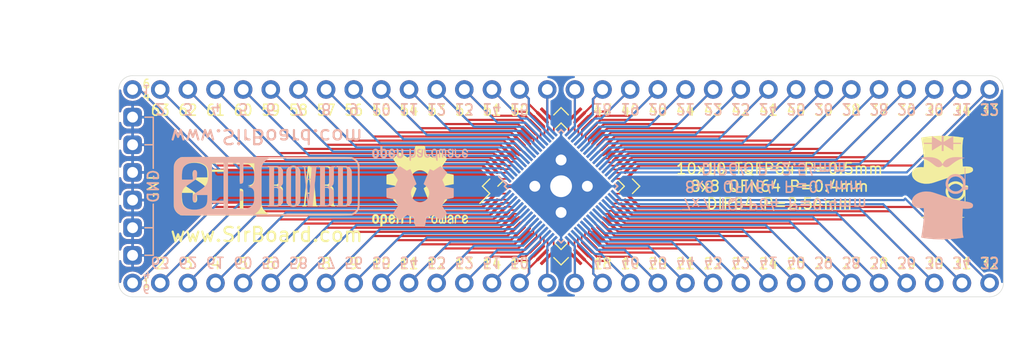
<source format=kicad_pcb>
(kicad_pcb (version 20221018) (generator pcbnew)
  (title_block (title "TQFP64 to DIP64 Breakout Board") (date "2020-04-19") (rev "2") (company "SirBoard") (comment 1 "TQFP64 P = 0.5mm") (comment 2 "TQFP64 P = 0.4mm") (comment 3 "QFN64 P = 0.4mm") (comment 4 "DIP64 P = 2.54mm"))
  (layers (0 "F.Cu" signal) (31 "B.Cu" signal) (34 "B.Paste" user) (35 "F.Paste" user) (36 "B.SilkS" user "B.Silkscreen") (37 "F.SilkS" user "F.Silkscreen") (38 "B.Mask" user) (39 "F.Mask" user) (44 "Edge.Cuts" user))
  (net 0 "")
  (net 1 "Net-(J1-Pad32)")
  (net 2 "Net-(J1-Pad31)")
  (net 3 "Net-(J1-Pad30)")
  (net 4 "Net-(J1-Pad29)")
  (net 5 "Net-(J1-Pad28)")
  (net 6 "Net-(J1-Pad27)")
  (net 7 "Net-(J1-Pad26)")
  (net 8 "Net-(J1-Pad25)")
  (net 9 "Net-(J1-Pad24)")
  (net 10 "Net-(J1-Pad23)")
  (net 11 "Net-(J1-Pad22)")
  (net 12 "Net-(J1-Pad21)")
  (net 13 "Net-(J1-Pad20)")
  (net 14 "Net-(J1-Pad19)")
  (net 15 "Net-(J1-Pad18)")
  (net 16 "Net-(J1-Pad17)")
  (net 17 "Net-(J1-Pad16)")
  (net 18 "Net-(J1-Pad15)")
  (net 19 "Net-(J1-Pad14)")
  (net 20 "Net-(J1-Pad13)")
  (net 21 "Net-(J1-Pad12)")
  (net 22 "Net-(J1-Pad11)")
  (net 23 "Net-(J1-Pad10)")
  (net 24 "Net-(J1-Pad9)")
  (net 25 "Net-(J1-Pad8)")
  (net 26 "Net-(J1-Pad7)")
  (net 27 "Net-(J1-Pad6)")
  (net 28 "Net-(J1-Pad5)")
  (net 29 "Net-(J1-Pad4)")
  (net 30 "Net-(J1-Pad3)")
  (net 31 "Net-(J1-Pad2)")
  (net 32 "Net-(J1-Pad1)")
  (net 33 "Net-(J2-Pad64)")
  (net 34 "Net-(J2-Pad63)")
  (net 35 "Net-(J2-Pad62)")
  (net 36 "Net-(J2-Pad61)")
  (net 37 "Net-(J2-Pad60)")
  (net 38 "Net-(J2-Pad59)")
  (net 39 "Net-(J2-Pad58)")
  (net 40 "Net-(J2-Pad57)")
  (net 41 "Net-(J2-Pad56)")
  (net 42 "Net-(J2-Pad55)")
  (net 43 "Net-(J2-Pad54)")
  (net 44 "Net-(J2-Pad53)")
  (net 45 "Net-(J2-Pad52)")
  (net 46 "Net-(J2-Pad51)")
  (net 47 "Net-(J2-Pad50)")
  (net 48 "Net-(J2-Pad49)")
  (net 49 "Net-(J2-Pad48)")
  (net 50 "Net-(J2-Pad47)")
  (net 51 "Net-(J2-Pad46)")
  (net 52 "Net-(J2-Pad45)")
  (net 53 "Net-(J2-Pad44)")
  (net 54 "Net-(J2-Pad43)")
  (net 55 "Net-(J2-Pad42)")
  (net 56 "Net-(J2-Pad41)")
  (net 57 "Net-(J2-Pad40)")
  (net 58 "Net-(J2-Pad39)")
  (net 59 "Net-(J2-Pad38)")
  (net 60 "Net-(J2-Pad37)")
  (net 61 "Net-(J2-Pad36)")
  (net 62 "Net-(J2-Pad35)")
  (net 63 "Net-(J2-Pad34)")
  (net 64 "Net-(J2-Pad33)")
  (net 65 "Net-(J6-Pad1)")
  (footprint "Package_QFP:TQFP-64_10x10mm_P0.5mm" (layer "F.Cu") (at 68.326 35.052 45)
    (fp_text reference "J2" hide)
    (fp_text value "Conn_02x32_Counter_Clockwise")
  )
  (footprint "Package_DFN_QFN:QFN-64-1EP_8x8mm_P0.4mm_EP6.5x6.5mm" (layer "F.Cu") (at 68.326 35.052 45)
    (fp_text reference "J3" hide)
    (fp_text value "Conn_02x32_Counter_Clockwise")
  )
  (footprint "logo:logo94x134" (layer "F.Cu") (at 103.378 35.179)
    (fp_text reference "G***" hide)
    (fp_text value "LOGO" hide)
  )
  (footprint "logo:SirBoard171x54" (layer "F.Cu") (at 41.275 35.052)
    (fp_text reference "G***" hide)
    (fp_text value "LOGO" hide)
  )
  (footprint "Symbol:OSHW-Logo2_9.8x8mm_SilkScreen" (layer "F.Cu") (at 55.372 35.052)
    (fp_text reference "REF**" hide)
    (fp_text value "OSHW-Logo2_9.8x8mm_SilkScreen" hide)
  )
  (footprint "Connector_PinHeader_2.54mm:PinHeader_1x32_P2.54mm_Vertical" (layer "B.Cu") (at 28.956 43.942 -90)
    (fp_text reference "J1" hide)
    (fp_text value "Conn_01x32")
  )
  (footprint "Package_QFP:TQFP-64_7x7mm_P0.4mm" (layer "B.Cu") (at 68.326 35.052 -45)
    (fp_text reference "J4" hide)
    (fp_text value "Conn_02x32_Counter_Clockwise")
  )
  (footprint "Connector_PinHeader_2.54mm:PinHeader_1x32_P2.54mm_Vertical" (layer "B.Cu") (at 28.956 26.162 -90)
    (fp_text reference "J5" hide)
    (fp_text value "Conn_01x32")
  )
  (footprint "Connector_PinHeader_2.54mm:PinHeader_1x06_P2.54mm_Vertical" (layer "B.Cu") (at 28.956 41.402)
    (fp_text reference "J6" hide)
    (fp_text value "Conn_01x06")
  )
  (footprint "logo:SirBoard171x54" (layer "B.Cu") (at 41.275 35.052)
    (fp_text reference "G***" hide)
    (fp_text value "LOGO" hide)
  )
  (footprint "Symbol:OSHW-Logo2_9.8x8mm_SilkScreen" (layer "B.Cu") (at 55.372 35.052)
    (fp_text reference "REF**" hide)
    (fp_text value "OSHW-Logo2_9.8x8mm_SilkScreen" hide)
  )
  (footprint "logo:logo94x134" (layer "B.Cu") (at 103.378 35.179)
    (fp_text reference "G***" hide)
    (fp_text value "LOGO" hide)
  )
  (gr_line (start 30.861 28.702) (end 30.099 28.702) (stroke (width 0.12)) (layer "B.SilkS"))
  (gr_line (start 30.861 31.242) (end 30.099 31.242) (stroke (width 0.12)) (layer "B.SilkS"))
  (gr_line (start 30.861 31.242) (end 30.861 28.702) (stroke (width 0.12)) (layer "B.SilkS"))
  (gr_line (start 30.861 33.401) (end 30.861 31.242) (stroke (width 0.12)) (layer "B.SilkS"))
  (gr_line (start 30.099 38.862) (end 30.861 38.862) (stroke (width 0.12)) (layer "B.SilkS"))
  (gr_line (start 30.861 41.402) (end 30.099 41.402) (stroke (width 0.12)) (layer "B.SilkS"))
  (gr_line (start 30.861 36.703) (end 30.861 41.402) (stroke (width 0.12)) (layer "B.SilkS"))
  (gr_line (start 30.861 28.702) (end 30.099 28.702) (stroke (width 0.12)) (layer "F.SilkS"))
  (gr_line (start 30.861 38.862) (end 30.861 41.402) (stroke (width 0.12)) (layer "F.SilkS"))
  (gr_line (start 30.861 36.703) (end 30.861 38.862) (stroke (width 0.12)) (layer "F.SilkS"))
  (gr_line (start 30.099 31.242) (end 30.861 31.242) (stroke (width 0.12)) (layer "F.SilkS"))
  (gr_line (start 30.861 33.401) (end 30.861 28.702) (stroke (width 0.12)) (layer "F.SilkS"))
  (gr_line (start 30.861 38.862) (end 30.099 38.862) (stroke (width 0.12)) (layer "F.SilkS"))
  (gr_line (start 30.861 41.402) (end 30.099 41.402) (stroke (width 0.12)) (layer "F.SilkS"))
  (gr_line (start 107.696 24.892) (end 28.956 24.892) (stroke (width 0.05)) (layer "Edge.Cuts"))
  (gr_line (start 27.686 26.162) (end 27.686 43.942) (stroke (width 0.05)) (layer "Edge.Cuts"))
  (gr_line (start 28.956 45.212) (end 107.696 45.212) (stroke (width 0.05)) (layer "Edge.Cuts"))
  (gr_line (start 108.966 43.942) (end 108.966 26.162) (stroke (width 0.05)) (layer "Edge.Cuts"))
  (gr_arc (start 28.956 45.212) (mid 28.057974 44.840026) (end 27.686 43.942) (stroke (width 0.05)) (layer "Edge.Cuts"))
  (gr_arc (start 107.696 24.892) (mid 108.594026 25.263974) (end 108.966 26.162) (stroke (width 0.05)) (layer "Edge.Cuts"))
  (gr_arc (start 108.966 43.942) (mid 108.594026 44.840026) (end 107.696 45.212) (stroke (width 0.05)) (layer "Edge.Cuts"))
  (gr_arc (start 27.686 26.162) (mid 28.057974 25.263974) (end 28.956 24.892) (stroke (width 0.05)) (layer "Edge.Cuts"))
  (gr_text "7x7 TQFP64 P=0.4mm\n8x8 QFN64 P=0.4mm\nDIP64 P=2.54mm" (at 87.884 35.052 180) (layer "B.SilkS") (effects (font (size 1 1)) (justify mirror)))
  (gr_text "10" (at 51.816 27.94 180) (layer "B.SilkS") (effects (font (size 1 0.9)) (justify mirror)))
  (gr_text "5" (at 39.116 27.94 180) (layer "B.SilkS") (effects (font (size 1 1)) (justify mirror)))
  (gr_text "1" (at 30.226 26.162 180) (layer "B.SilkS") (effects (font (size 0.8 0.7) (thickness 0.12)) (justify mirror)))
  (gr_text "21" (at 79.756 27.94 180) (layer "B.SilkS") (effects (font (size 1 0.9)) (justify mirror)))
  (gr_text "29" (at 100.076 27.94 180) (layer "B.SilkS") (effects (font (size 1 0.9)) (justify mirror)))
  (gr_text "4" (at 36.576 27.94 180) (layer "B.SilkS") (effects (font (size 1 1)) (justify mirror)))
  (gr_text "26" (at 92.456 27.94 180) (layer "B.SilkS") (effects (font (size 1 0.9)) (justify mirror)))
  (gr_text "18" (at 72.136 27.94 180) (layer "B.SilkS") (effects (font (size 1 0.9)) (justify mirror)))
  (gr_text "9" (at 49.276 27.94 180) (layer "B.SilkS") (effects (font (size 1 1)) (justify mirror)))
  (gr_text "3" (at 34.036 27.94 180) (layer "B.SilkS") (effects (font (size 1 1)) (justify mirror)))
  (gr_text "11" (at 54.356 27.94 180) (layer "B.SilkS") (effects (font (size 1 0.9)) (justify mirror)))
  (gr_text "20" (at 77.216 27.94 180) (layer "B.SilkS") (effects (font (size 1 0.9)) (justify mirror)))
  (gr_text "19" (at 74.676 27.94 180) (layer "B.SilkS") (effects (font (size 1 0.9)) (justify mirror)))
  (gr_text "14" (at 61.976 27.94 180) (layer "B.SilkS") (effects (font (size 1 0.9)) (justify mirror)))
  (gr_text "8" (at 46.736 27.94 180) (layer "B.SilkS") (effects (font (size 1 1)) (justify mirror)))
  (gr_text "12" (at 56.896 27.94 180) (layer "B.SilkS") (effects (font (size 1 0.9)) (justify mirror)))
  (gr_text "22" (at 82.296 27.94 180) (layer "B.SilkS") (effects (font (size 1 0.9)) (justify mirror)))
  (gr_text "2" (at 31.496 27.94 180) (layer "B.SilkS") (effects (font (size 1 1)) (justify mirror)))
  (gr_text "23" (at 84.836 27.94 180) (layer "B.SilkS") (effects (font (size 1 0.9)) (justify mirror)))
  (gr_text "24" (at 87.376 27.94 180) (layer "B.SilkS") (effects (font (size 1 0.9)) (justify mirror)))
  (gr_text "27" (at 94.996 27.94 180) (layer "B.SilkS") (effects (font (size 1 0.9)) (justify mirror)))
  (gr_text "28" (at 97.536 27.94 180) (layer "B.SilkS") (effects (font (size 1 0.9)) (justify mirror)))
  (gr_text "6" (at 41.656 27.94 180) (layer "B.SilkS") (effects (font (size 1 1)) (justify mirror)))
  (gr_text "7" (at 44.196 27.94 180) (layer "B.SilkS") (effects (font (size 1 1)) (justify mirror)))
  (gr_text "25" (at 89.916 27.94 180) (layer "B.SilkS") (effects (font (size 1 0.9)) (justify mirror)))
  (gr_text "13" (at 59.436 27.94 180) (layer "B.SilkS") (effects (font (size 1 0.9)) (justify mirror)))
  (gr_text "15" (at 64.516 27.94 180) (layer "B.SilkS") (effects (font (size 1 0.9)) (justify mirror)))
  (gr_text "35" (at 102.616 42.037 180) (layer "B.SilkS") (effects (font (size 1 0.9)) (justify mirror)))
  (gr_text "41" (at 87.376 42.037 180) (layer "B.SilkS") (effects (font (size 1 0.9)) (justify mirror)))
  (gr_text "42" (at 84.836 42.037 180) (layer "B.SilkS") (effects (font (size 1 0.9)) (justify mirror)))
  (gr_text "43" (at 82.296 42.037 180) (layer "B.SilkS") (effects (font (size 1 0.9)) (justify mirror)))
  (gr_text "45" (at 77.216 42.037 180) (layer "B.SilkS") (effects (font (size 1 0.9)) (justify mirror)))
  (gr_text "44" (at 79.756 42.037 180) (layer "B.SilkS") (effects (font (size 1 0.9)) (justify mirror)))
  (gr_text "46" (at 74.676 42.037 180) (layer "B.SilkS") (effects (font (size 1 0.9)) (justify mirror)))
  (gr_text "47" (at 72.136 42.037 180) (layer "B.SilkS") (effects (font (size 1 0.9)) (justify mirror)))
  (gr_text "50" (at 64.516 42.037 180) (layer "B.SilkS") (effects (font (size 1 0.9)) (justify mirror)))
  (gr_text "51" (at 61.976 42.037 180) (layer "B.SilkS") (effects (font (size 1 0.9)) (justify mirror)))
  (gr_text "52" (at 59.436 42.037 180) (layer "B.SilkS") (effects (font (size 1 0.9)) (justify mirror)))
  (gr_text "53" (at 56.896 42.037 180) (layer "B.SilkS") (effects (font (size 1 0.9)) (justify mirror)))
  (gr_text "54" (at 54.356 42.037 180) (layer "B.SilkS") (effects (font (size 1 0.9)) (justify mirror)))
  (gr_text "55" (at 51.816 42.037 180) (layer "B.SilkS") (effects (font (size 1 0.9)) (justify mirror)))
  (gr_text "33" (at 107.696 42.037 180) (layer "B.SilkS") (effects (font (size 1 0.9)) (justify mirror)))
  (gr_text "56" (at 49.276 42.037 180) (layer "B.SilkS") (effects (font (size 1 0.9)) (justify mirror)))
  (gr_text "57" (at 46.736 42.037 180) (layer "B.SilkS") (effects (font (size 1 0.9)) (justify mirror)))
  (gr_text "36" (at 100.076 42.037 180) (layer "B.SilkS") (effects (font (size 1 0.9)) (justify mirror)))
  (gr_text "38" (at 94.996 42.037 180) (layer "B.SilkS") (effects (font (size 1 0.9)) (justify mirror)))
  (gr_text "39" (at 92.456 42.037 180) (layer "B.SilkS") (effects (font (size 1 0.9)) (justify mirror)))
  (gr_text "37" (at 97.536 42.037 180) (layer "B.SilkS") (effects (font (size 1 0.9)) (justify mirror)))
  (gr_text "40" (at 89.916 42.037 180) (layer "B.SilkS") (effects (font (size 1 0.9)) (justify mirror)))
  (gr_text "30" (at 102.616 27.94 180) (layer "B.SilkS") (effects (font (size 1 0.9)) (justify mirror)))
  (gr_text "31" (at 105.156 27.94 180) (layer "B.SilkS") (effects (font (size 1 0.9)) (justify mirror)))
  (gr_text "32" (at 107.696 27.94 180) (layer "B.SilkS") (effects (font (size 1 0.9)) (justify mirror)))
  (gr_text "34" (at 105.156 42.037 180) (layer "B.SilkS") (effects (font (size 1 0.9)) (justify mirror)))
  (gr_text "58" (at 44.196 42.037 180) (layer "B.SilkS") (effects (font (size 1 0.9)) (justify mirror)))
  (gr_text "59" (at 41.656 42.037 180) (layer "B.SilkS") (effects (font (size 1 0.9)) (justify mirror)))
  (gr_text "60" (at 39.116 42.037 180) (layer "B.SilkS") (effects (font (size 1 0.9)) (justify mirror)))
  (gr_text "4" (at 30.226 43.307 180) (layer "B.SilkS") (effects (font (size 0.8 0.7) (thickness 0.12)) (justify mirror)))
  (gr_text "6" (at 30.226 44.45 180) (layer "B.SilkS") (effects (font (size 0.8 0.7) (thickness 0.12)) (justify mirror)))
  (gr_text "63" (at 31.496 42.037 180) (layer "B.SilkS") (effects (font (size 1 0.9)) (justify mirror)))
  (gr_text "61" (at 36.576 42.037 180) (layer "B.SilkS") (effects (font (size 1 0.9)) (justify mirror)))
  (gr_text "62" (at 34.036 42.037 180) (layer "B.SilkS") (effects (font (size 1 0.9)) (justify mirror)))
  (gr_text "GND" (at 30.861 35.052 90) (layer "B.SilkS") (effects (font (size 1 1)) (justify mirror)))
  (gr_text "www.SirBoard.com" (at 41.275 30.48 180) (layer "B.SilkS") (effects (font (size 1.3 1.3) (thickness 0.2)) (justify mirror)))
  (gr_text "1" (at 30.226 43.942) (layer "F.SilkS") (effects (font (size 0.8 0.7) (thickness 0.12))))
  (gr_text "GND" (at 30.861 35.052 90) (layer "F.SilkS") (effects (font (size 1 1))))
  (gr_text "2" (at 31.496 42.164) (layer "F.SilkS") (effects (font (size 1 1))))
  (gr_text "3" (at 34.036 42.164) (layer "F.SilkS") (effects (font (size 1 1))))
  (gr_text "4" (at 36.576 42.164) (layer "F.SilkS") (effects (font (size 1 1))))
  (gr_text "6" (at 41.656 42.164) (layer "F.SilkS") (effects (font (size 1 1))))
  (gr_text "7" (at 44.196 42.164) (layer "F.SilkS") (effects (font (size 1 1))))
  (gr_text "8" (at 46.736 42.164) (layer "F.SilkS") (effects (font (size 1 1))))
  (gr_text "9" (at 49.276 42.164) (layer "F.SilkS") (effects (font (size 1 1))))
  (gr_text "11" (at 54.356 42.164) (layer "F.SilkS") (effects (font (size 1 0.9))))
  (gr_text "12" (at 56.896 42.164) (layer "F.SilkS") (effects (font (size 1 0.9))))
  (gr_text "13" (at 59.436 42.164) (layer "F.SilkS") (effects (font (size 1 0.9))))
  (gr_text "14" (at 61.976 42.164) (layer "F.SilkS") (effects (font (size 1 0.9))))
  (gr_text "15" (at 64.516 42.164) (layer "F.SilkS") (effects (font (size 1 0.9))))
  (gr_text "18" (at 72.136 42.164) (layer "F.SilkS") (effects (font (size 1 0.9))))
  (gr_text "19" (at 74.676 42.164) (layer "F.SilkS") (effects (font (size 1 0.9))))
  (gr_text "20" (at 77.216 42.164) (layer "F.SilkS") (effects (font (size 1 0.9))))
  (gr_text "22" (at 82.296 42.164) (layer "F.SilkS") (effects (font (size 1 0.9))))
  (gr_text "23" (at 84.836 42.164) (layer "F.SilkS") (effects (font (size 1 0.9))))
  (gr_text "24" (at 87.376 42.164) (layer "F.SilkS") (effects (font (size 1 0.9))))
  (gr_text "25" (at 89.916 42.164) (layer "F.SilkS") (effects (font (size 1 0.9))))
  (gr_text "26" (at 92.456 42.164) (layer "F.SilkS") (effects (font (size 1 0.9))))
  (gr_text "27" (at 94.996 42.164) (layer "F.SilkS") (effects (font (size 1 0.9))))
  (gr_text "28" (at 97.536 42.164) (layer "F.SilkS") (effects (font (size 1 0.9))))
  (gr_text "29" (at 100.076 42.164) (layer "F.SilkS") (effects (font (size 1 0.9))))
  (gr_text "21" (at 79.756 42.164) (layer "F.SilkS") (effects (font (size 1 0.9))))
  (gr_text "30" (at 102.616 42.164) (layer "F.SilkS") (effects (font (size 1 0.9))))
  (gr_text "31" (at 105.156 42.164) (layer "F.SilkS") (effects (font (size 1 0.9))))
  (gr_text "32" (at 107.696 42.164) (layer "F.SilkS") (effects (font (size 1 0.9))))
  (gr_text "34" (at 105.156 28.067) (layer "F.SilkS") (effects (font (size 1 0.9))))
  (gr_text "35" (at 102.616 28.067) (layer "F.SilkS") (effects (font (size 1 0.9))))
  (gr_text "36" (at 100.076 28.067) (layer "F.SilkS") (effects (font (size 1 0.9))))
  (gr_text "33" (at 107.696 28.067) (layer "F.SilkS") (effects (font (size 1 0.9))))
  (gr_text "37" (at 97.536 28.067) (layer "F.SilkS") (effects (font (size 1 0.9))))
  (gr_text "38" (at 94.996 28.067) (layer "F.SilkS") (effects (font (size 1 0.9))))
  (gr_text "39" (at 92.456 28.067) (layer "F.SilkS") (effects (font (size 1 0.9))))
  (gr_text "40" (at 89.916 28.067) (layer "F.SilkS") (effects (font (size 1 0.9))))
  (gr_text "41" (at 87.376 28.067) (layer "F.SilkS") (effects (font (size 1 0.9))))
  (gr_text "42" (at 84.836 28.067) (layer "F.SilkS") (effects (font (size 1 0.9))))
  (gr_text "43" (at 82.296 28.067) (layer "F.SilkS") (effects (font (size 1 0.9))))
  (gr_text "44" (at 79.756 28.067) (layer "F.SilkS") (effects (font (size 1 0.9))))
  (gr_text "45" (at 77.216 28.067) (layer "F.SilkS") (effects (font (size 1 0.9))))
  (gr_text "46" (at 74.676 28.067) (layer "F.SilkS") (effects (font (size 1 0.9))))
  (gr_text "47" (at 72.136 28.067) (layer "F.SilkS") (effects (font (size 1 0.9))))
  (gr_text "50" (at 64.516 28.067) (layer "F.SilkS") (effects (font (size 1 0.9))))
  (gr_text "51" (at 61.976 28.067) (layer "F.SilkS") (effects (font (size 1 0.9))))
  (gr_text "52" (at 59.436 28.067) (layer "F.SilkS") (effects (font (size 1 0.9))))
  (gr_text "53" (at 56.896 28.067) (layer "F.SilkS") (effects (font (size 1 0.9))))
  (gr_text "54" (at 54.356 28.067) (layer "F.SilkS") (effects (font (size 1 0.9))))
  (gr_text "55" (at 51.816 28.067) (layer "F.SilkS") (effects (font (size 1 0.9))))
  (gr_text "56" (at 49.276 28.067) (layer "F.SilkS") (effects (font (size 1 0.9))))
  (gr_text "57" (at 46.736 28.067) (layer "F.SilkS") (effects (font (size 1 0.9))))
  (gr_text "58" (at 44.196 28.067) (layer "F.SilkS") (effects (font (size 1 0.9))))
  (gr_text "59" (at 41.656 28.067) (layer "F.SilkS") (effects (font (size 1 0.9))))
  (gr_text "60" (at 39.116 28.067) (layer "F.SilkS") (effects (font (size 1 0.9))))
  (gr_text "61" (at 36.576 28.067) (layer "F.SilkS") (effects (font (size 1 0.9))))
  (gr_text "62" (at 34.036 28.067) (layer "F.SilkS") (effects (font (size 1 0.9))))
  (gr_text "63" (at 31.496 28.067) (layer "F.SilkS") (effects (font (size 1 0.9))))
  (gr_text "6" (at 30.226 25.654) (layer "F.SilkS") (effects (font (size 0.8 0.7) (thickness 0.12))))
  (gr_text "4" (at 30.226 26.797) (layer "F.SilkS") (effects (font (size 0.8 0.7) (thickness 0.12))))
  (gr_text "10" (at 51.816 42.164) (layer "F.SilkS") (effects (font (size 1 0.9))))
  (gr_text "5" (at 39.116 42.164) (layer "F.SilkS") (effects (font (size 1 1))))
  (gr_text "10x10 TQFP64 P=0.5mm\n8x8 QFN64 P=0.4mm\nDIP64 P=2.54mm" (at 88.392 35.052) (layer "F.SilkS") (effects (font (size 1 1))))
  (gr_text "www.SirBoard.com" (at 41.275 39.497) (layer "F.SilkS") (effects (font (size 1.3 1.3) (thickness 0.2))))
  (segment (start 74.991803 36.419582) (end 74.311212 35.738991) (width 0.15) (layer "F.Cu") (net 1))
  (segment (start 74.311212 35.738991) (end 73.250552 35.738991) (width 0.15) (layer "F.Cu") (net 1))
  (segment (start 75.534301 36.957) (end 74.981643 36.404342) (width 0.2) (layer "F.Cu") (net 1))
  (segment (start 100.711 36.957) (end 75.534301 36.957) (width 0.2) (layer "F.Cu") (net 1))
  (segment (start 107.696 43.942) (end 100.711 36.957) (width 0.2) (layer "F.Cu") (net 1))
  (segment (start 99.949 36.195) (end 99.822 36.322) (width 0.2) (layer "B.Cu") (net 1))
  (segment (start 107.696 43.942) (end 99.949 36.195) (width 0.2) (layer "B.Cu") (net 1))
  (segment (start 99.822 36.322) (end 73.838641 36.322) (width 0.2) (layer "B.Cu") (net 1))
  (segment (start 73.838641 36.322) (end 73.357065 35.840424) (width 0.2) (layer "B.Cu") (net 1))
  (segment (start 74.638249 36.773135) (end 74.193302 36.328188) (width 0.15) (layer "F.Cu") (net 2))
  (segment (start 74.177919 36.30168) (end 73.25868 36.30168) (width 0.15) (layer "F.Cu") (net 2))
  (segment (start 73.247555 36.30168) (end 72.967709 36.021834) (width 0.15) (layer "F.Cu") (net 2))
  (segment (start 73.25868 36.30168) (end 73.247555 36.30168) (width 0.15) (layer "F.Cu") (net 2))
  (segment (start 105.156 43.942) (end 98.552 37.338) (width 0.2) (layer "F.Cu") (net 2))
  (segment (start 75.22029 37.350096) (end 74.628089 36.757895) (width 0.2) (layer "F.Cu") (net 2))
  (segment (start 98.539904 37.350096) (end 75.22029 37.350096) (width 0.2) (layer "F.Cu") (net 2))
  (segment (start 98.552 37.338) (end 98.539904 37.350096) (width 0.2) (layer "F.Cu") (net 2))
  (segment (start 97.917 36.703) (end 73.653955 36.703) (width 0.2) (layer "B.Cu") (net 2))
  (segment (start 105.156 43.942) (end 97.917 36.703) (width 0.2) (layer "B.Cu") (net 2))
  (segment (start 73.653955 36.703) (end 73.074222 36.123267) (width 0.2) (layer "B.Cu") (net 2))
  (segment (start 73.807897 36.63696) (end 73.03008 36.63696) (width 0.15) (layer "F.Cu") (net 3))
  (segment (start 74.284696 37.126689) (end 73.839748 36.681741) (width 0.15) (layer "F.Cu") (net 3))
  (segment (start 73.03008 36.63696) (end 73.01715 36.63696) (width 0.15) (layer "F.Cu") (net 3))
  (segment (start 73.01715 36.63696) (end 72.684867 36.304677) (width 0.15) (layer "F.Cu") (net 3))
  (segment (start 102.616 43.942) (end 96.393 37.719) (width 0.2) (layer "F.Cu") (net 3))
  (segment (start 96.393 37.719) (end 74.882087 37.719) (width 0.2) (layer "F.Cu") (net 3))
  (segment (start 74.882087 37.719) (end 74.274536 37.111449) (width 0.2) (layer "F.Cu") (net 3))
  (segment (start 95.758 37.084) (end 73.46927 37.084) (width 0.2) (layer "B.Cu") (net 3))
  (segment (start 102.616 43.942) (end 95.758 37.084) (width 0.2) (layer "B.Cu") (net 3))
  (segment (start 73.46927 37.084) (end 72.791379 36.406109) (width 0.2) (layer "B.Cu") (net 3))
  (segment (start 72.755576 36.941072) (end 72.402024 36.58752) (width 0.15) (layer "F.Cu") (net 4))
  (segment (start 72.773256 36.958752) (end 72.755576 36.941072) (width 0.15) (layer "F.Cu") (net 4))
  (segment (start 73.409652 36.958752) (end 72.773256 36.958752) (width 0.15) (layer "F.Cu") (net 4))
  (segment (start 73.931142 37.480242) (end 73.409652 36.958752) (width 0.15) (layer "F.Cu") (net 4))
  (segment (start 94.234 38.1) (end 74.55598 38.1) (width 0.2) (layer "F.Cu") (net 4))
  (segment (start 100.076 43.942) (end 94.234 38.1) (width 0.2) (layer "F.Cu") (net 4))
  (segment (start 74.55598 38.1) (end 73.920982 37.465002) (width 0.2) (layer "F.Cu") (net 4))
  (segment (start 100.076 43.942) (end 93.599 37.465) (width 0.2) (layer "B.Cu") (net 4))
  (segment (start 73.284585 37.465) (end 72.508537 36.688952) (width 0.2) (layer "B.Cu") (net 4))
  (segment (start 93.599 37.465) (end 73.284585 37.465) (width 0.2) (layer "B.Cu") (net 4))
  (segment (start 73.056099 37.312305) (end 72.561124 37.312305) (width 0.15) (layer "F.Cu") (net 5))
  (segment (start 73.577589 37.833795) (end 73.056099 37.312305) (width 0.15) (layer "F.Cu") (net 5))
  (segment (start 72.561124 37.312305) (end 72.472733 37.223914) (width 0.15) (layer "F.Cu") (net 5))
  (segment (start 72.472733 37.223914) (end 72.119181 36.870362) (width 0.15) (layer "F.Cu") (net 5))
  (segment (start 97.536 43.942) (end 92.075 38.481) (width 0.2) (layer "F.Cu") (net 5))
  (segment (start 92.075 38.481) (end 74.229874 38.481) (width 0.2) (layer "F.Cu") (net 5))
  (segment (start 74.229874 38.481) (end 73.567429 37.818555) (width 0.2) (layer "F.Cu") (net 5))
  (segment (start 73.099899 37.846) (end 72.225694 36.971795) (width 0.2) (layer "B.Cu") (net 5))
  (segment (start 97.536 43.942) (end 91.44 37.846) (width 0.2) (layer "B.Cu") (net 5))
  (segment (start 91.44 37.846) (end 73.099899 37.846) (width 0.2) (layer "B.Cu") (net 5))
  (segment (start 72.631835 37.595148) (end 72.278282 37.595148) (width 0.15) (layer "F.Cu") (net 6))
  (segment (start 72.278282 37.595148) (end 72.189891 37.506757) (width 0.15) (layer "F.Cu") (net 6))
  (segment (start 73.224036 38.187349) (end 72.631835 37.595148) (width 0.15) (layer "F.Cu") (net 6))
  (segment (start 72.189891 37.506757) (end 71.836339 37.153205) (width 0.15) (layer "F.Cu") (net 6))
  (segment (start 73.903767 38.862) (end 73.213876 38.172109) (width 0.2) (layer "F.Cu") (net 6))
  (segment (start 89.916 38.862) (end 73.903767 38.862) (width 0.2) (layer "F.Cu") (net 6))
  (segment (start 94.996 43.942) (end 89.916 38.862) (width 0.2) (layer "F.Cu") (net 6))
  (segment (start 72.915213 38.227) (end 71.942851 37.254638) (width 0.2) (layer "B.Cu") (net 6))
  (segment (start 94.996 43.942) (end 89.281 38.227) (width 0.2) (layer "B.Cu") (net 6))
  (segment (start 89.281 38.227) (end 72.915213 38.227) (width 0.2) (layer "B.Cu") (net 6))
  (segment (start 72.870482 38.540902) (end 72.236456 37.906876) (width 0.15) (layer "F.Cu") (net 7))
  (segment (start 72.024324 37.906876) (end 71.907048 37.7896) (width 0.15) (layer "F.Cu") (net 7))
  (segment (start 71.907048 37.7896) (end 71.553496 37.436048) (width 0.15) (layer "F.Cu") (net 7))
  (segment (start 72.236456 37.906876) (end 72.024324 37.906876) (width 0.15) (layer "F.Cu") (net 7))
  (segment (start 73.57766 39.243) (end 72.860322 38.525662) (width 0.2) (layer "F.Cu") (net 7))
  (segment (start 92.456 43.942) (end 87.757 39.243) (width 0.2) (layer "F.Cu") (net 7))
  (segment (start 87.757 39.243) (end 73.57766 39.243) (width 0.2) (layer "F.Cu") (net 7))
  (segment (start 72.730528 38.608) (end 71.660008 37.53748) (width 0.2) (layer "B.Cu") (net 7))
  (segment (start 87.122 38.608) (end 72.730528 38.608) (width 0.2) (layer "B.Cu") (net 7))
  (segment (start 92.456 43.942) (end 87.122 38.608) (width 0.2) (layer "B.Cu") (net 7))
  (segment (start 71.788514 38.16604) (end 72.516929 38.894455) (width 0.15) (layer "F.Cu") (net 8))
  (segment (start 71.717803 38.16604) (end 71.788514 38.16604) (width 0.15) (layer "F.Cu") (net 8))
  (segment (start 71.270653 37.71889) (end 71.717803 38.16604) (width 0.15) (layer "F.Cu") (net 8))
  (segment (start 89.916 43.942) (end 85.598 39.624) (width 0.2) (layer "F.Cu") (net 8))
  (segment (start 73.251554 39.624) (end 72.506769 38.879215) (width 0.2) (layer "F.Cu") (net 8))
  (segment (start 85.598 39.624) (end 73.251554 39.624) (width 0.2) (layer "F.Cu") (net 8))
  (segment (start 84.963 38.989) (end 72.545843 38.989) (width 0.2) (layer "B.Cu") (net 8))
  (segment (start 72.545843 38.989) (end 71.377166 37.820323) (width 0.2) (layer "B.Cu") (net 8))
  (segment (start 89.916 43.942) (end 84.963 38.989) (width 0.2) (layer "B.Cu") (net 8))
  (segment (start 71.43496 38.519594) (end 72.163375 39.248009) (width 0.15) (layer "F.Cu") (net 9))
  (segment (start 70.98781 38.001733) (end 71.43496 38.448883) (width 0.15) (layer "F.Cu") (net 9))
  (segment (start 71.43496 38.448883) (end 71.43496 38.519594) (width 0.15) (layer "F.Cu") (net 9))
  (segment (start 72.925446 40.005) (end 72.153215 39.232769) (width 0.2) (layer "F.Cu") (net 9))
  (segment (start 87.376 43.942) (end 83.439 40.005) (width 0.2) (layer "F.Cu") (net 9))
  (segment (start 83.439 40.005) (end 72.925446 40.005) (width 0.2) (layer "F.Cu") (net 9))
  (segment (start 87.376 43.942) (end 82.804 39.37) (width 0.2) (layer "B.Cu") (net 9))
  (segment (start 72.361157 39.37) (end 71.094323 38.103166) (width 0.2) (layer "B.Cu") (net 9))
  (segment (start 82.804 39.37) (end 72.361157 39.37) (width 0.2) (layer "B.Cu") (net 9))
  (segment (start 71.163096 38.742704) (end 71.05852 38.638128) (width 0.15) (layer "F.Cu") (net 10))
  (segment (start 71.05852 38.638128) (end 70.704968 38.284576) (width 0.15) (layer "F.Cu") (net 10))
  (segment (start 71.809822 39.601562) (end 71.163096 38.954836) (width 0.15) (layer "F.Cu") (net 10))
  (segment (start 71.163096 38.954836) (end 71.163096 38.742704) (width 0.15) (layer "F.Cu") (net 10))
  (segment (start 81.28 40.386) (end 72.59934 40.386) (width 0.2) (layer "F.Cu") (net 10))
  (segment (start 84.836 43.942) (end 81.28 40.386) (width 0.2) (layer "F.Cu") (net 10))
  (segment (start 72.59934 40.386) (end 71.799662 39.586322) (width 0.2) (layer "F.Cu") (net 10))
  (segment (start 84.836 43.942) (end 80.645 39.751) (width 0.2) (layer "B.Cu") (net 10))
  (segment (start 80.645 39.751) (end 72.176472 39.751) (width 0.2) (layer "B.Cu") (net 10))
  (segment (start 72.176472 39.751) (end 70.81148 38.386008) (width 0.2) (layer "B.Cu") (net 10))
  (segment (start 70.864068 39.362915) (end 70.864068 39.009362) (width 0.15) (layer "F.Cu") (net 11))
  (segment (start 70.775677 38.920971) (end 70.422125 38.567419) (width 0.15) (layer "F.Cu") (net 11))
  (segment (start 71.456269 39.955116) (end 70.864068 39.362915) (width 0.15) (layer "F.Cu") (net 11))
  (segment (start 70.864068 39.009362) (end 70.775677 38.920971) (width 0.15) (layer "F.Cu") (net 11))
  (segment (start 72.273233 40.767) (end 71.446109 39.939876) (width 0.2) (layer "F.Cu") (net 11))
  (segment (start 82.296 43.942) (end 79.121 40.767) (width 0.2) (layer "F.Cu") (net 11))
  (segment (start 79.121 40.767) (end 72.273233 40.767) (width 0.2) (layer "F.Cu") (net 11))
  (segment (start 71.991787 40.132) (end 70.528638 38.668851) (width 0.2) (layer "B.Cu") (net 11))
  (segment (start 82.296 43.942) (end 78.486 40.132) (width 0.2) (layer "B.Cu") (net 11))
  (segment (start 78.486 40.132) (end 71.991787 40.132) (width 0.2) (layer "B.Cu") (net 11))
  (segment (start 70.492834 39.203813) (end 70.139282 38.850261) (width 0.15) (layer "F.Cu") (net 12))
  (segment (start 70.52056 39.71544) (end 70.52056 39.23154) (width 0.15) (layer "F.Cu") (net 12))
  (segment (start 71.102715 40.308669) (end 70.52056 39.726514) (width 0.15) (layer "F.Cu") (net 12))
  (segment (start 79.756 43.942) (end 76.962 41.148) (width 0.2) (layer "F.Cu") (net 12))
  (segment (start 71.947126 41.148) (end 71.092555 40.293429) (width 0.2) (layer "F.Cu") (net 12))
  (segment (start 76.962 41.148) (end 71.947126 41.148) (width 0.2) (layer "F.Cu") (net 12))
  (segment (start 76.327 40.513) (end 71.807101 40.513) (width 0.2) (layer "B.Cu") (net 12))
  (segment (start 79.756 43.942) (end 76.327 40.513) (width 0.2) (layer "B.Cu") (net 12))
  (segment (start 71.807101 40.513) (end 70.245795 38.951694) (width 0.2) (layer "B.Cu") (net 12))
  (segment (start 70.21576 39.48684) (end 70.210176 39.48684) (width 0.15) (layer "F.Cu") (net 13))
  (segment (start 70.210176 39.48684) (end 69.85644 39.133104) (width 0.15) (layer "F.Cu") (net 13))
  (segment (start 70.21576 40.123236) (end 70.21576 39.48684) (width 0.15) (layer "F.Cu") (net 13))
  (segment (start 70.749162 40.662222) (end 70.227672 40.140732) (width 0.15) (layer "F.Cu") (net 13))
  (segment (start 77.216 43.942) (end 74.803 41.529) (width 0.2) (layer "F.Cu") (net 13))
  (segment (start 74.803 41.529) (end 71.62102 41.529) (width 0.2) (layer "F.Cu") (net 13))
  (segment (start 71.62102 41.529) (end 70.739002 40.646982) (width 0.2) (layer "F.Cu") (net 13))
  (segment (start 71.622415 40.894) (end 69.962952 39.234537) (width 0.2) (layer "B.Cu") (net 13))
  (segment (start 77.216 43.942) (end 74.168 40.894) (width 0.2) (layer "B.Cu") (net 13))
  (segment (start 74.168 40.894) (end 71.622415 40.894) (width 0.2) (layer "B.Cu") (net 13))
  (segment (start 69.86016 40.480327) (end 69.86016 39.70251) (width 0.15) (layer "F.Cu") (net 14))
  (segment (start 70.395609 41.015776) (end 69.86016 40.480327) (width 0.15) (layer "F.Cu") (net 14))
  (segment (start 69.86016 39.70251) (end 69.573597 39.415947) (width 0.15) (layer "F.Cu") (net 14))
  (segment (start 72.644 41.91) (end 71.294913 41.91) (width 0.2) (layer "F.Cu") (net 14))
  (segment (start 71.294913 41.91) (end 70.385449 41.000536) (width 0.2) (layer "F.Cu") (net 14))
  (segment (start 74.676 43.942) (end 72.644 41.91) (width 0.2) (layer "F.Cu") (net 14))
  (segment (start 74.676 43.942) (end 72.009 41.275) (width 0.2) (layer "B.Cu") (net 14))
  (segment (start 72.009 41.275) (end 71.43773 41.275) (width 0.2) (layer "B.Cu") (net 14))
  (segment (start 71.43773 41.275) (end 69.680109 39.517379) (width 0.2) (layer "B.Cu") (net 14))
  (segment (start 69.56044 40.887714) (end 70.042055 41.369329) (width 0.15) (layer "F.Cu") (net 15))
  (segment (start 69.56044 39.949361) (end 69.56044 40.8686) (width 0.15) (layer "F.Cu") (net 15))
  (segment (start 69.290754 39.698789) (end 69.542764 39.950799) (width 0.15) (layer "F.Cu") (net 15))
  (segment (start 70.624096 41.94629) (end 70.031895 41.354089) (width 0.2) (layer "F.Cu") (net 15))
  (segment (start 71.286001 43.092001) (end 71.286001 42.608195) (width 0.2) (layer "F.Cu") (net 15))
  (segment (start 72.136 43.942) (end 71.286001 43.092001) (width 0.2) (layer "F.Cu") (net 15))
  (segment (start 71.286001 42.608195) (end 70.624096 41.94629) (width 0.2) (layer "F.Cu") (net 15))
  (segment (start 71.286001 43.092001) (end 71.286001 41.688956) (width 0.2) (layer "B.Cu") (net 15))
  (segment (start 71.286001 41.688956) (end 69.867492 40.270447) (width 0.2) (layer "B.Cu") (net 15))
  (segment (start 69.867492 40.270447) (end 69.397267 39.800222) (width 0.2) (layer "B.Cu") (net 15))
  (segment (start 72.136 43.942) (end 71.286001 43.092001) (width 0.2) (layer "B.Cu") (net 15))
  (segment (start 69.007911 40.223053) (end 69.007911 39.981632) (width 0.15) (layer "F.Cu") (net 16))
  (segment (start 69.007911 41.042292) (end 69.007911 40.223053) (width 0.15) (layer "F.Cu") (net 16))
  (segment (start 69.688502 41.722883) (end 69.007911 41.042292) (width 0.15) (layer "F.Cu") (net 16))
  (segment (start 69.596 43.942) (end 69.596 41.789985) (width 0.2) (layer "F.Cu") (net 16))
  (segment (start 69.596 41.789985) (end 69.678342 41.707643) (width 0.2) (layer "F.Cu") (net 16))
  (segment (start 69.596 43.942) (end 69.596 40.564641) (width 0.2) (layer "B.Cu") (net 16))
  (segment (start 69.596 40.564641) (end 69.114424 40.083065) (width 0.2) (layer "B.Cu") (net 16))
  (segment (start 66.963498 41.712723) (end 67.644089 41.032132) (width 0.15) (layer "F.Cu") (net 17))
  (segment (start 67.644089 41.032132) (end 67.644089 39.971472) (width 0.15) (layer "F.Cu") (net 17))
  (segment (start 67.056 41.789985) (end 66.973658 41.707643) (width 0.2) (layer "F.Cu") (net 17))
  (segment (start 67.056 43.942) (end 67.056 41.789985) (width 0.2) (layer "F.Cu") (net 17))
  (segment (start 67.056 40.564641) (end 67.537576 40.083065) (width 0.2) (layer "B.Cu") (net 17))
  (segment (start 67.056 43.942) (end 67.056 40.564641) (width 0.2) (layer "B.Cu") (net 17))
  (segment (start 67.0814 39.9796) (end 67.0814 39.968475) (width 0.15) (layer "F.Cu") (net 18))
  (segment (start 67.0814 39.968475) (end 67.361246 39.688629) (width 0.15) (layer "F.Cu") (net 18))
  (segment (start 66.609945 41.359169) (end 67.054892 40.914222) (width 0.15) (layer "F.Cu") (net 18))
  (segment (start 67.0814 40.898839) (end 67.0814 39.9796) (width 0.15) (layer "F.Cu") (net 18))
  (segment (start 65.365999 43.092001) (end 65.365999 42.608195) (width 0.2) (layer "F.Cu") (net 18))
  (segment (start 66.027904 41.94629) (end 66.620105 41.354089) (width 0.2) (layer "F.Cu") (net 18))
  (segment (start 64.516 43.942) (end 65.365999 43.092001) (width 0.2) (layer "F.Cu") (net 18))
  (segment (start 65.365999 42.608195) (end 66.027904 41.94629) (width 0.2) (layer "F.Cu") (net 18))
  (segment (start 65.405 41.649955) (end 67.254733 39.800222) (width 0.2) (layer "B.Cu") (net 18))
  (segment (start 64.516 43.942) (end 65.405 43.053) (width 0.2) (layer "B.Cu") (net 18))
  (segment (start 65.405 43.053) (end 65.405 41.649955) (width 0.2) (layer "B.Cu") (net 18))
  (segment (start 66.74612 40.528817) (end 66.74612 39.751) (width 0.15) (layer "F.Cu") (net 19))
  (segment (start 66.74612 39.751) (end 66.74612 39.73807) (width 0.15) (layer "F.Cu") (net 19))
  (segment (start 66.74612 39.73807) (end 67.078403 39.405787) (width 0.15) (layer "F.Cu") (net 19))
  (segment (start 66.256391 41.005616) (end 66.701339 40.560668) (width 0.15) (layer "F.Cu") (net 19))
  (segment (start 61.976 43.942) (end 64.008 41.91) (width 0.2) (layer "F.Cu") (net 19))
  (segment (start 64.008 41.91) (end 65.357087 41.91) (width 0.2) (layer "F.Cu") (net 19))
  (segment (start 65.357087 41.91) (end 66.266551 41.000536) (width 0.2) (layer "F.Cu") (net 19))
  (segment (start 61.976 43.942) (end 64.643 41.275) (width 0.2) (layer "B.Cu") (net 19))
  (segment (start 65.21427 41.275) (end 66.971891 39.517379) (width 0.2) (layer "B.Cu") (net 19))
  (segment (start 64.643 41.275) (end 65.21427 41.275) (width 0.2) (layer "B.Cu") (net 19))
  (segment (start 66.424328 40.130572) (end 66.424328 39.494176) (width 0.15) (layer "F.Cu") (net 20))
  (segment (start 66.442008 39.476496) (end 66.79556 39.122944) (width 0.15) (layer "F.Cu") (net 20))
  (segment (start 66.424328 39.494176) (end 66.442008 39.476496) (width 0.15) (layer "F.Cu") (net 20))
  (segment (start 65.902838 40.652062) (end 66.424328 40.130572) (width 0.15) (layer "F.Cu") (net 20))
  (segment (start 59.436 43.942) (end 61.849 41.529) (width 0.2) (layer "F.Cu") (net 20))
  (segment (start 61.849 41.529) (end 65.03098 41.529) (width 0.2) (layer "F.Cu") (net 20))
  (segment (start 65.03098 41.529) (end 65.912998 40.646982) (width 0.2) (layer "F.Cu") (net 20))
  (segment (start 65.029585 40.894) (end 66.689048 39.234537) (width 0.2) (layer "B.Cu") (net 20))
  (segment (start 59.436 43.942) (end 62.484 40.894) (width 0.2) (layer "B.Cu") (net 20))
  (segment (start 62.484 40.894) (end 65.029585 40.894) (width 0.2) (layer "B.Cu") (net 20))
  (segment (start 66.159166 39.193653) (end 66.512718 38.840101) (width 0.15) (layer "F.Cu") (net 21))
  (segment (start 66.070775 39.282044) (end 66.159166 39.193653) (width 0.15) (layer "F.Cu") (net 21))
  (segment (start 65.549285 40.298509) (end 66.070775 39.777019) (width 0.15) (layer "F.Cu") (net 21))
  (segment (start 66.070775 39.777019) (end 66.070775 39.282044) (width 0.15) (layer "F.Cu") (net 21))
  (segment (start 56.896 43.942) (end 59.69 41.148) (width 0.2) (layer "F.Cu") (net 21))
  (segment (start 64.704874 41.148) (end 65.559445 40.293429) (width 0.2) (layer "F.Cu") (net 21))
  (segment (start 59.69 41.148) (end 64.704874 41.148) (width 0.2) (layer "F.Cu") (net 21))
  (segment (start 56.896 43.942) (end 60.325 40.513) (width 0.2) (layer "B.Cu") (net 21))
  (segment (start 60.325 40.513) (end 64.844899 40.513) (width 0.2) (layer "B.Cu") (net 21))
  (segment (start 64.844899 40.513) (end 66.406205 38.951694) (width 0.2) (layer "B.Cu") (net 21))
  (segment (start 65.787932 39.352755) (end 65.787932 38.999202) (width 0.15) (layer "F.Cu") (net 22))
  (segment (start 65.876323 38.910811) (end 66.229875 38.557259) (width 0.15) (layer "F.Cu") (net 22))
  (segment (start 65.195731 39.944956) (end 65.787932 39.352755) (width 0.15) (layer "F.Cu") (net 22))
  (segment (start 65.787932 38.999202) (end 65.876323 38.910811) (width 0.15) (layer "F.Cu") (net 22))
  (segment (start 57.531 40.767) (end 64.378767 40.767) (width 0.2) (layer "F.Cu") (net 22))
  (segment (start 64.378767 40.767) (end 65.205891 39.939876) (width 0.2) (layer "F.Cu") (net 22))
  (segment (start 54.356 43.942) (end 57.531 40.767) (width 0.2) (layer "F.Cu") (net 22))
  (segment (start 58.166 40.132) (end 64.660213 40.132) (width 0.2) (layer "B.Cu") (net 22))
  (segment (start 64.660213 40.132) (end 66.123362 38.668851) (width 0.2) (layer "B.Cu") (net 22))
  (segment (start 54.356 43.942) (end 58.166 40.132) (width 0.2) (layer "B.Cu") (net 22))
  (segment (start 65.476204 38.745244) (end 65.59348 38.627968) (width 0.15) (layer "F.Cu") (net 23))
  (segment (start 65.59348 38.627968) (end 65.947032 38.274416) (width 0.15) (layer "F.Cu") (net 23))
  (segment (start 64.842178 39.591402) (end 65.476204 38.957376) (width 0.15) (layer "F.Cu") (net 23))
  (segment (start 65.476204 38.957376) (end 65.476204 38.745244) (width 0.15) (layer "F.Cu") (net 23))
  (segment (start 51.816 43.942) (end 55.372 40.386) (width 0.2) (layer "F.Cu") (net 23))
  (segment (start 64.05266 40.386) (end 64.852338 39.586322) (width 0.2) (layer "F.Cu") (net 23))
  (segment (start 55.372 40.386) (end 64.05266 40.386) (width 0.2) (layer "F.Cu") (net 23))
  (segment (start 64.475528 39.751) (end 65.84052 38.386008) (width 0.2) (layer "B.Cu") (net 23))
  (segment (start 51.816 43.942) (end 56.007 39.751) (width 0.2) (layer "B.Cu") (net 23))
  (segment (start 56.007 39.751) (end 64.475528 39.751) (width 0.2) (layer "B.Cu") (net 23))
  (segment (start 65.21704 38.438723) (end 65.21704 38.509434) (width 0.15) (layer "F.Cu") (net 24))
  (segment (start 65.21704 38.509434) (end 64.488625 39.237849) (width 0.15) (layer "F.Cu") (net 24))
  (segment (start 65.66419 37.991573) (end 65.21704 38.438723) (width 0.15) (layer "F.Cu") (net 24))
  (segment (start 49.276 43.942) (end 53.213 40.005) (width 0.2) (layer "F.Cu") (net 24))
  (segment (start 63.726554 40.005) (end 64.498785 39.232769) (width 0.2) (layer "F.Cu") (net 24))
  (segment (start 53.213 40.005) (end 63.726554 40.005) (width 0.2) (layer "F.Cu") (net 24))
  (segment (start 49.276 43.942) (end 53.848 39.37) (width 0.2) (layer "B.Cu") (net 24))
  (segment (start 53.848 39.37) (end 64.290843 39.37) (width 0.2) (layer "B.Cu") (net 24))
  (segment (start 64.290843 39.37) (end 65.557677 38.103166) (width 0.2) (layer "B.Cu") (net 24))
  (segment (start 65.381347 37.70873) (end 64.934197 38.15588) (width 0.15) (layer "F.Cu") (net 25))
  (segment (start 64.863486 38.15588) (end 64.135071 38.884295) (width 0.15) (layer "F.Cu") (net 25))
  (segment (start 64.934197 38.15588) (end 64.863486 38.15588) (width 0.15) (layer "F.Cu") (net 25))
  (segment (start 46.736 43.942) (end 51.054 39.624) (width 0.2) (layer "F.Cu") (net 25))
  (segment (start 63.400446 39.624) (end 64.145231 38.879215) (width 0.2) (layer "F.Cu") (net 25))
  (segment (start 51.054 39.624) (end 63.400446 39.624) (width 0.2) (layer "F.Cu") (net 25))
  (segment (start 51.689 38.989) (end 64.106157 38.989) (width 0.2) (layer "B.Cu") (net 25))
  (segment (start 46.736 43.942) (end 51.689 38.989) (width 0.2) (layer "B.Cu") (net 25))
  (segment (start 64.106157 38.989) (end 65.274834 37.820323) (width 0.2) (layer "B.Cu") (net 25))
  (segment (start 63.781518 38.530742) (end 64.428244 37.884016) (width 0.15) (layer "F.Cu") (net 26))
  (segment (start 64.640376 37.884016) (end 64.744952 37.77944) (width 0.15) (layer "F.Cu") (net 26))
  (segment (start 64.428244 37.884016) (end 64.640376 37.884016) (width 0.15) (layer "F.Cu") (net 26))
  (segment (start 64.744952 37.77944) (end 65.098504 37.425888) (width 0.15) (layer "F.Cu") (net 26))
  (segment (start 63.07434 39.243) (end 63.791678 38.525662) (width 0.2) (layer "F.Cu") (net 26))
  (segment (start 48.895 39.243) (end 63.07434 39.243) (width 0.2) (layer "F.Cu") (net 26))
  (segment (start 44.196 43.942) (end 48.895 39.243) (width 0.2) (layer "F.Cu") (net 26))
  (segment (start 64.683472 37.846) (end 64.991992 37.53748) (width 0.2) (layer "B.Cu") (net 26))
  (segment (start 49.53 38.608) (end 63.921472 38.608) (width 0.2) (layer "B.Cu") (net 26))
  (segment (start 44.196 43.942) (end 49.53 38.608) (width 0.2) (layer "B.Cu") (net 26))
  (segment (start 63.921472 38.608) (end 64.683472 37.846) (width 0.2) (layer "B.Cu") (net 26))
  (segment (start 64.373718 37.584988) (end 64.462109 37.496597) (width 0.15) (layer "F.Cu") (net 27))
  (segment (start 64.462109 37.496597) (end 64.815661 37.143045) (width 0.15) (layer "F.Cu") (net 27))
  (segment (start 64.020165 37.584988) (end 64.373718 37.584988) (width 0.15) (layer "F.Cu") (net 27))
  (segment (start 63.427964 38.177189) (end 64.020165 37.584988) (width 0.15) (layer "F.Cu") (net 27))
  (segment (start 62.748233 38.862) (end 63.438124 38.172109) (width 0.2) (layer "F.Cu") (net 27))
  (segment (start 46.736 38.862) (end 62.748233 38.862) (width 0.2) (layer "F.Cu") (net 27))
  (segment (start 41.656 43.942) (end 46.736 38.862) (width 0.2) (layer "F.Cu") (net 27))
  (segment (start 41.656 43.942) (end 47.371 38.227) (width 0.2) (layer "B.Cu") (net 27))
  (segment (start 47.371 38.227) (end 63.736787 38.227) (width 0.2) (layer "B.Cu") (net 27))
  (segment (start 63.736787 38.227) (end 64.709149 37.254638) (width 0.2) (layer "B.Cu") (net 27))
  (segment (start 63.074411 37.823635) (end 63.656566 37.24148) (width 0.15) (layer "F.Cu") (net 28))
  (segment (start 64.179267 37.213754) (end 64.532819 36.860202) (width 0.15) (layer "F.Cu") (net 28))
  (segment (start 63.66764 37.24148) (end 64.15154 37.24148) (width 0.15) (layer "F.Cu") (net 28))
  (segment (start 44.577 38.481) (end 62.422126 38.481) (width 0.2) (layer "F.Cu") (net 28))
  (segment (start 62.422126 38.481) (end 63.084571 37.818555) (width 0.2) (layer "F.Cu") (net 28))
  (segment (start 39.116 43.942) (end 44.577 38.481) (width 0.2) (layer "F.Cu") (net 28))
  (segment (start 39.116 43.942) (end 45.212 37.846) (width 0.2) (layer "B.Cu") (net 28))
  (segment (start 45.212 37.846) (end 63.552101 37.846) (width 0.2) (layer "B.Cu") (net 28))
  (segment (start 63.552101 37.846) (end 64.426306 36.971795) (width 0.2) (layer "B.Cu") (net 28))
  (segment (start 63.259844 36.93668) (end 63.89624 36.93668) (width 0.15) (layer "F.Cu") (net 29))
  (segment (start 63.89624 36.931096) (end 64.249976 36.57736) (width 0.15) (layer "F.Cu") (net 29))
  (segment (start 63.89624 36.93668) (end 63.89624 36.931096) (width 0.15) (layer "F.Cu") (net 29))
  (segment (start 62.720858 37.470082) (end 63.242348 36.948592) (width 0.15) (layer "F.Cu") (net 29))
  (segment (start 42.418 38.1) (end 62.09602 38.1) (width 0.2) (layer "F.Cu") (net 29))
  (segment (start 62.09602 38.1) (end 62.731018 37.465002) (width 0.2) (layer "F.Cu") (net 29))
  (segment (start 36.576 43.942) (end 42.418 38.1) (width 0.2) (layer "F.Cu") (net 29))
  (segment (start 36.576 43.942) (end 43.053 37.465) (width 0.2) (layer "B.Cu") (net 29))
  (segment (start 43.053 37.465) (end 63.367415 37.465) (width 0.2) (layer "B.Cu") (net 29))
  (segment (start 63.367415 37.465) (end 64.143463 36.688952) (width 0.2) (layer "B.Cu") (net 29))
  (segment (start 62.902753 36.58108) (end 63.68057 36.58108) (width 0.15) (layer "F.Cu") (net 30))
  (segment (start 62.367304 37.116529) (end 62.902753 36.58108) (width 0.15) (layer "F.Cu") (net 30))
  (segment (start 63.68057 36.58108) (end 63.967133 36.294517) (width 0.15) (layer "F.Cu") (net 30))
  (segment (start 61.769913 37.719) (end 62.377464 37.111449) (width 0.2) (layer "F.Cu") (net 30))
  (segment (start 34.036 43.942) (end 40.259 37.719) (width 0.2) (layer "F.Cu") (net 30))
  (segment (start 40.259 37.719) (end 61.769913 37.719) (width 0.2) (layer "F.Cu") (net 30))
  (segment (start 40.894 37.084) (end 63.18273 37.084) (width 0.2) (layer "B.Cu") (net 30))
  (segment (start 34.036 43.942) (end 40.894 37.084) (width 0.2) (layer "B.Cu") (net 30))
  (segment (start 63.18273 37.084) (end 63.860621 36.406109) (width 0.2) (layer "B.Cu") (net 30))
  (segment (start 63.684291 36.011674) (end 63.432281 36.263684) (width 0.15) (layer "F.Cu") (net 31))
  (segment (start 62.495366 36.28136) (end 62.013751 36.762975) (width 0.15) (layer "F.Cu") (net 31))
  (segment (start 63.433719 36.28136) (end 62.51448 36.28136) (width 0.15) (layer "F.Cu") (net 31))
  (segment (start 31.496 43.942) (end 38.1 37.338) (width 0.2) (layer "F.Cu") (net 31))
  (segment (start 61.43171 37.350096) (end 62.023911 36.757895) (width 0.2) (layer "F.Cu") (net 31))
  (segment (start 38.112096 37.350096) (end 61.43171 37.350096) (width 0.2) (layer "F.Cu") (net 31))
  (segment (start 38.1 37.338) (end 38.112096 37.350096) (width 0.2) (layer "F.Cu") (net 31))
  (segment (start 31.496 43.942) (end 38.735 36.703) (width 0.2) (layer "B.Cu") (net 31))
  (segment (start 62.998045 36.703) (end 63.577778 36.123267) (width 0.2) (layer "B.Cu") (net 31))
  (segment (start 38.735 36.703) (end 62.998045 36.703) (width 0.2) (layer "B.Cu") (net 31))
  (segment (start 63.160027 35.728831) (end 63.401448 35.728831) (width 0.15) (layer "F.Cu") (net 32))
  (segment (start 62.340788 35.728831) (end 63.160027 35.728831) (width 0.15) (layer "F.Cu") (net 32))
  (segment (start 61.660197 36.409422) (end 62.340788 35.728831) (width 0.15) (layer "F.Cu") (net 32))
  (segment (start 61.117699 36.957) (end 61.670357 36.404342) (width 0.2) (layer "F.Cu") (net 32))
  (segment (start 29.464 43.942) (end 36.449 36.957) (width 0.2) (layer "F.Cu") (net 32))
  (segment (start 36.449 36.957) (end 61.117699 36.957) (width 0.2) (layer "F.Cu") (net 32))
  (segment (start 28.956 43.942) (end 29.464 43.942) (width 0.2) (layer "F.Cu") (net 32))
  (segment (start 62.813359 36.322) (end 63.294935 35.840424) (width 0.2) (layer "B.Cu") (net 32))
  (segment (start 37.084 36.322) (end 62.813359 36.322) (width 0.2) (layer "B.Cu") (net 32))
  (segment (start 29.464 43.942) (end 37.084 36.322) (width 0.2) (layer "B.Cu") (net 32))
  (segment (start 28.956 43.942) (end 29.464 43.942) (width 0.2) (layer "B.Cu") (net 32))
  (segment (start 61.117699 33.147) (end 61.670357 33.699658) (width 0.2) (layer "F.Cu") (net 33))
  (segment (start 29.591 26.162) (end 36.576 33.147) (width 0.2) (layer "F.Cu") (net 33))
  (segment (start 36.576 33.147) (end 61.117699 33.147) (width 0.2) (layer "F.Cu") (net 33))
  (segment (start 62.350948 34.380249) (end 63.411608 34.380249) (width 0.15) (layer "F.Cu") (net 33))
  (segment (start 61.670357 33.699658) (end 62.350948 34.380249) (width 0.15) (layer "F.Cu") (net 33))
  (segment (start 28.956 26.162) (end 29.591 26.162) (width 0.2) (layer "F.Cu") (net 33))
  (segment (start 62.813359 33.782) (end 63.294935 34.263576) (width 0.2) (layer "B.Cu") (net 33))
  (segment (start 28.956 26.162) (end 29.591 26.162) (width 0.2) (layer "B.Cu") (net 33))
  (segment (start 37.0205 33.5915) (end 36.83 33.782) (width 0.2) (layer "B.Cu") (net 33))
  (segment (start 36.83 33.782) (end 62.813359 33.782) (width 0.2) (layer "B.Cu") (net 33))
  (segment (start 29.591 26.162) (end 37.0205 33.5915) (width 0.2) (layer "B.Cu") (net 33))
  (segment (start 62.484241 33.81756) (end 63.40348 33.81756) (width 0.15) (layer "F.Cu") (net 34))
  (segment (start 38.1 32.766) (end 38.112096 32.753904) (width 0.2) (layer "F.Cu") (net 34))
  (segment (start 62.023911 33.346105) (end 62.468858 33.791052) (width 0.15) (layer "F.Cu") (net 34))
  (segment (start 38.112096 32.753904) (end 61.43171 32.753904) (width 0.2) (layer "F.Cu") (net 34))
  (segment (start 63.414605 33.81756) (end 63.694451 34.097406) (width 0.15) (layer "F.Cu") (net 34))
  (segment (start 61.43171 32.753904) (end 62.023911 33.346105) (width 0.2) (layer "F.Cu") (net 34))
  (segment (start 31.496 26.162) (end 38.1 32.766) (width 0.2) (layer "F.Cu") (net 34))
  (segment (start 63.40348 33.81756) (end 63.414605 33.81756) (width 0.15) (layer "F.Cu") (net 34))
  (segment (start 62.998045 33.401) (end 63.577778 33.980733) (width 0.2) (layer "B.Cu") (net 34))
  (segment (start 31.496 26.162) (end 38.735 33.401) (width 0.2) (layer "B.Cu") (net 34))
  (segment (start 38.735 33.401) (end 62.998045 33.401) (width 0.2) (layer "B.Cu") (net 34))
  (segment (start 62.854263 33.48228) (end 63.63208 33.48228) (width 0.15) (layer "F.Cu") (net 35))
  (segment (start 63.63208 33.48228) (end 63.64501 33.48228) (width 0.15) (layer "F.Cu") (net 35))
  (segment (start 34.036 26.162) (end 40.259 32.385) (width 0.2) (layer "F.Cu") (net 35))
  (segment (start 62.377464 32.992551) (end 62.822412 33.437499) (width 0.15) (layer "F.Cu") (net 35))
  (segment (start 61.769913 32.385) (end 62.377464 32.992551) (width 0.2) (layer "F.Cu") (net 35))
  (segment (start 63.64501 33.48228) (end 63.977293 33.814563) (width 0.15) (layer "F.Cu") (net 35))
  (segment (start 40.259 32.385) (end 61.769913 32.385) (width 0.2) (layer "F.Cu") (net 35))
  (segment (start 34.036 26.162) (end 40.894 33.02) (width 0.2) (layer "B.Cu") (net 35))
  (segment (start 63.18273 33.02) (end 63.860621 33.697891) (width 0.2) (layer "B.Cu") (net 35))
  (segment (start 40.894 33.02) (end 63.18273 33.02) (width 0.2) (layer "B.Cu") (net 35))
  (segment (start 36.576 26.162) (end 42.418 32.004) (width 0.2) (layer "F.Cu") (net 36))
  (segment (start 63.906584 33.178168) (end 64.260136 33.53172) (width 0.15) (layer "F.Cu") (net 36))
  (segment (start 63.252508 33.160488) (end 63.888904 33.160488) (width 0.15) (layer "F.Cu") (net 36))
  (segment (start 62.731018 32.638998) (end 63.252508 33.160488) (width 0.15) (layer "F.Cu") (net 36))
  (segment (start 62.09602 32.004) (end 62.731018 32.638998) (width 0.2) (layer "F.Cu") (net 36))
  (segment (start 42.418 32.004) (end 62.09602 32.004) (width 0.2) (layer "F.Cu") (net 36))
  (segment (start 63.888904 33.160488) (end 63.906584 33.178168) (width 0.15) (layer "F.Cu") (net 36))
  (segment (start 43.053 32.639) (end 63.367415 32.639) (width 0.2) (layer "B.Cu") (net 36))
  (segment (start 36.576 26.162) (end 43.053 32.639) (width 0.2) (layer "B.Cu") (net 36))
  (segment (start 63.367415 32.639) (end 64.143463 33.415048) (width 0.2) (layer "B.Cu") (net 36))
  (segment (start 64.101036 32.806935) (end 64.189427 32.895326) (width 0.15) (layer "F.Cu") (net 37))
  (segment (start 63.606061 32.806935) (end 64.101036 32.806935) (width 0.15) (layer "F.Cu") (net 37))
  (segment (start 62.422126 31.623) (end 63.084571 32.285445) (width 0.2) (layer "F.Cu") (net 37))
  (segment (start 44.577 31.623) (end 62.422126 31.623) (width 0.2) (layer "F.Cu") (net 37))
  (segment (start 64.189427 32.895326) (end 64.542979 33.248878) (width 0.15) (layer "F.Cu") (net 37))
  (segment (start 39.116 26.162) (end 44.577 31.623) (width 0.2) (layer "F.Cu") (net 37))
  (segment (start 63.084571 32.285445) (end 63.606061 32.806935) (width 0.15) (layer "F.Cu") (net 37))
  (segment (start 45.212 32.258) (end 63.552101 32.258) (width 0.2) (layer "B.Cu") (net 37))
  (segment (start 63.552101 32.258) (end 64.426306 33.132205) (width 0.2) (layer "B.Cu") (net 37))
  (segment (start 39.116 26.162) (end 45.212 32.258) (width 0.2) (layer "B.Cu") (net 37))
  (segment (start 62.748233 31.242) (end 63.438124 31.931891) (width 0.2) (layer "F.Cu") (net 38))
  (segment (start 46.736 31.242) (end 62.748233 31.242) (width 0.2) (layer "F.Cu") (net 38))
  (segment (start 64.472269 32.612483) (end 64.825821 32.966035) (width 0.15) (layer "F.Cu") (net 38))
  (segment (start 64.383878 32.524092) (end 64.472269 32.612483) (width 0.15) (layer "F.Cu") (net 38))
  (segment (start 63.438124 31.931891) (end 64.030325 32.524092) (width 0.15) (layer "F.Cu") (net 38))
  (segment (start 64.030325 32.524092) (end 64.383878 32.524092) (width 0.15) (layer "F.Cu") (net 38))
  (segment (start 41.656 26.162) (end 46.736 31.242) (width 0.2) (layer "F.Cu") (net 38))
  (segment (start 63.736787 31.877) (end 64.709149 32.849362) (width 0.2) (layer "B.Cu") (net 38))
  (segment (start 41.656 26.162) (end 47.371 31.877) (width 0.2) (layer "B.Cu") (net 38))
  (segment (start 47.371 31.877) (end 63.736787 31.877) (width 0.2) (layer "B.Cu") (net 38))
  (segment (start 63.791678 31.578338) (end 64.425704 32.212364) (width 0.15) (layer "F.Cu") (net 39))
  (segment (start 64.755112 32.32964) (end 65.108664 32.683192) (width 0.15) (layer "F.Cu") (net 39))
  (segment (start 48.895 30.861) (end 63.07434 30.861) (width 0.2) (layer "F.Cu") (net 39))
  (segment (start 63.07434 30.861) (end 63.791678 31.578338) (width 0.2) (layer "F.Cu") (net 39))
  (segment (start 64.425704 32.212364) (end 64.637836 32.212364) (width 0.15) (layer "F.Cu") (net 39))
  (segment (start 64.637836 32.212364) (end 64.755112 32.32964) (width 0.15) (layer "F.Cu") (net 39))
  (segment (start 44.196 26.162) (end 48.895 30.861) (width 0.2) (layer "F.Cu") (net 39))
  (segment (start 44.196 26.162) (end 49.53 31.496) (width 0.2) (layer "B.Cu") (net 39))
  (segment (start 49.53 31.496) (end 63.921472 31.496) (width 0.2) (layer "B.Cu") (net 39))
  (segment (start 63.921472 31.496) (end 64.991992 32.56652) (width 0.2) (layer "B.Cu") (net 39))
  (segment (start 63.400446 30.48) (end 64.145231 31.224785) (width 0.2) (layer "F.Cu") (net 40))
  (segment (start 64.944357 31.9532) (end 64.873646 31.9532) (width 0.15) (layer "F.Cu") (net 40))
  (segment (start 64.873646 31.9532) (end 64.145231 31.224785) (width 0.15) (layer "F.Cu") (net 40))
  (segment (start 65.391507 32.40035) (end 64.944357 31.9532) (width 0.15) (layer "F.Cu") (net 40))
  (segment (start 46.736 26.162) (end 51.054 30.48) (width 0.2) (layer "F.Cu") (net 40))
  (segment (start 51.054 30.48) (end 63.400446 30.48) (width 0.2) (layer "F.Cu") (net 40))
  (segment (start 64.106157 31.115) (end 65.274834 32.283677) (width 0.2) (layer "B.Cu") (net 40))
  (segment (start 46.736 26.162) (end 51.689 31.115) (width 0.2) (layer "B.Cu") (net 40))
  (segment (start 51.689 31.115) (end 64.106157 31.115) (width 0.2) (layer "B.Cu") (net 40))
  (segment (start 53.213 30.099) (end 63.726554 30.099) (width 0.2) (layer "F.Cu") (net 41))
  (segment (start 65.2272 31.599646) (end 64.498785 30.871231) (width 0.15) (layer "F.Cu") (net 41))
  (segment (start 49.276 26.162) (end 53.213 30.099) (width 0.2) (layer "F.Cu") (net 41))
  (segment (start 63.726554 30.099) (end 64.498785 30.871231) (width 0.2) (layer "F.Cu") (net 41))
  (segment (start 65.67435 32.117507) (end 65.2272 31.670357) (width 0.15) (layer "F.Cu") (net 41))
  (segment (start 65.2272 31.670357) (end 65.2272 31.599646) (width 0.15) (layer "F.Cu") (net 41))
  (segment (start 64.290843 30.734) (end 65.557677 32.000834) (width 0.2) (layer "B.Cu") (net 41))
  (segment (start 49.276 26.162) (end 53.848 30.734) (width 0.2) (layer "B.Cu") (net 41))
  (segment (start 53.848 30.734) (end 64.290843 30.734) (width 0.2) (layer "B.Cu") (net 41))
  (segment (start 64.05266 29.718) (end 64.852338 30.517678) (width 0.2) (layer "F.Cu") (net 42))
  (segment (start 65.60364 31.481112) (end 65.957192 31.834664) (width 0.15) (layer "F.Cu") (net 42))
  (segment (start 55.372 29.718) (end 64.05266 29.718) (width 0.2) (layer "F.Cu") (net 42))
  (segment (start 65.499064 31.376536) (end 65.60364 31.481112) (width 0.15) (layer "F.Cu") (net 42))
  (segment (start 64.852338 30.517678) (end 65.499064 31.164404) (width 0.15) (layer "F.Cu") (net 42))
  (segment (start 51.816 26.162) (end 55.372 29.718) (width 0.2) (layer "F.Cu") (net 42))
  (segment (start 65.499064 31.164404) (end 65.499064 31.376536) (width 0.15) (layer "F.Cu") (net 42))
  (segment (start 51.816 26.162) (end 56.007 30.353) (width 0.2) (layer "B.Cu") (net 42))
  (segment (start 64.475528 30.353) (end 65.84052 31.717992) (width 0.2) (layer "B.Cu") (net 42))
  (segment (start 56.007 30.353) (end 64.475528 30.353) (width 0.2) (layer "B.Cu") (net 42))
  (segment (start 57.531 29.337) (end 64.378767 29.337) (width 0.2) (layer "F.Cu") (net 43))
  (segment (start 64.378767 29.337) (end 65.205891 30.164124) (width 0.2) (layer "F.Cu") (net 43))
  (segment (start 65.886483 31.198269) (end 66.240035 31.551821) (width 0.15) (layer "F.Cu") (net 43))
  (segment (start 54.356 26.162) (end 57.531 29.337) (width 0.2) (layer "F.Cu") (net 43))
  (segment (start 65.798092 31.109878) (end 65.886483 31.198269) (width 0.15) (layer "F.Cu") (net 43))
  (segment (start 65.798092 30.756325) (end 65.798092 31.109878) (width 0.15) (layer "F.Cu") (net 43))
  (segment (start 65.205891 30.164124) (end 65.798092 30.756325) (width 0.15) (layer "F.Cu") (net 43))
  (segment (start 58.166 29.972) (end 64.660213 29.972) (width 0.2) (layer "B.Cu") (net 43))
  (segment (start 54.356 26.162) (end 58.166 29.972) (width 0.2) (layer "B.Cu") (net 43))
  (segment (start 64.660213 29.972) (end 66.123362 31.435149) (width 0.2) (layer "B.Cu") (net 43))
  (segment (start 56.896 26.162) (end 59.69 28.956) (width 0.2) (layer "F.Cu") (net 44))
  (segment (start 65.559445 29.810571) (end 66.1416 30.392726) (width 0.15) (layer "F.Cu") (net 44))
  (segment (start 66.169326 30.915427) (end 66.522878 31.268979) (width 0.15) (layer "F.Cu") (net 44))
  (segment (start 59.69 28.956) (end 64.704874 28.956) (width 0.2) (layer "F.Cu") (net 44))
  (segment (start 64.704874 28.956) (end 65.559445 29.810571) (width 0.2) (layer "F.Cu") (net 44))
  (segment (start 66.1416 30.4038) (end 66.1416 30.8877) (width 0.15) (layer "F.Cu") (net 44))
  (segment (start 56.896 26.162) (end 60.325 29.591) (width 0.2) (layer "B.Cu") (net 44))
  (segment (start 64.844899 29.591) (end 66.406205 31.152306) (width 0.2) (layer "B.Cu") (net 44))
  (segment (start 60.325 29.591) (end 64.844899 29.591) (width 0.2) (layer "B.Cu") (net 44))
  (segment (start 66.4464 29.996004) (end 66.4464 30.6324) (width 0.15) (layer "F.Cu") (net 45))
  (segment (start 59.436 26.162) (end 61.849 28.575) (width 0.2) (layer "F.Cu") (net 45))
  (segment (start 66.4464 30.6324) (end 66.451984 30.6324) (width 0.15) (layer "F.Cu") (net 45))
  (segment (start 65.03098 28.575) (end 65.912998 29.457018) (width 0.2) (layer "F.Cu") (net 45))
  (segment (start 65.912998 29.457018) (end 66.434488 29.978508) (width 0.15) (layer "F.Cu") (net 45))
  (segment (start 61.849 28.575) (end 65.03098 28.575) (width 0.2) (layer "F.Cu") (net 45))
  (segment (start 66.451984 30.6324) (end 66.80572 30.986136) (width 0.15) (layer "F.Cu") (net 45))
  (segment (start 62.484 29.21) (end 65.029585 29.21) (width 0.2) (layer "B.Cu") (net 45))
  (segment (start 59.436 26.162) (end 62.484 29.21) (width 0.2) (layer "B.Cu") (net 45))
  (segment (start 65.029585 29.21) (end 66.689048 30.869463) (width 0.2) (layer "B.Cu") (net 45))
  (segment (start 66.802 29.638913) (end 66.802 30.41673) (width 0.15) (layer "F.Cu") (net 46))
  (segment (start 64.008 28.194) (end 65.357087 28.194) (width 0.2) (layer "F.Cu") (net 46))
  (segment (start 66.266551 29.103464) (end 66.802 29.638913) (width 0.15) (layer "F.Cu") (net 46))
  (segment (start 65.357087 28.194) (end 66.266551 29.103464) (width 0.2) (layer "F.Cu") (net 46))
  (segment (start 66.802 30.41673) (end 67.088563 30.703293) (width 0.15) (layer "F.Cu") (net 46))
  (segment (start 61.976 26.162) (end 64.008 28.194) (width 0.2) (layer "F.Cu") (net 46))
  (segment (start 65.21427 28.829) (end 66.971891 30.586621) (width 0.2) (layer "B.Cu") (net 46))
  (segment (start 64.643 28.829) (end 65.21427 28.829) (width 0.2) (layer "B.Cu") (net 46))
  (segment (start 61.976 26.162) (end 64.643 28.829) (width 0.2) (layer "B.Cu") (net 46))
  (segment (start 67.10172 30.169879) (end 67.10172 29.25064) (width 0.15) (layer "F.Cu") (net 47))
  (segment (start 67.371406 30.420451) (end 67.119396 30.168441) (width 0.15) (layer "F.Cu") (net 47))
  (segment (start 64.516 26.162) (end 65.365999 27.011999) (width 0.2) (layer "F.Cu") (net 47))
  (segment (start 65.365999 27.011999) (end 65.365999 27.495805) (width 0.2) (layer "F.Cu") (net 47))
  (segment (start 65.365999 27.495805) (end 66.027904 28.15771) (width 0.2) (layer "F.Cu") (net 47))
  (segment (start 67.10172 29.231526) (end 66.620105 28.749911) (width 0.15) (layer "F.Cu") (net 47))
  (segment (start 66.027904 28.15771) (end 66.620105 28.749911) (width 0.2) (layer "F.Cu") (net 47))
  (segment (start 65.365999 27.011999) (end 65.365999 28.415044) (width 0.2) (layer "B.Cu") (net 47))
  (segment (start 66.784508 29.833553) (end 67.254733 30.303778) (width 0.2) (layer "B.Cu") (net 47))
  (segment (start 64.516 26.162) (end 65.365999 27.011999) (width 0.2) (layer "B.Cu") (net 47))
  (segment (start 65.365999 28.415044) (end 66.784508 29.833553) (width 0.2) (layer "B.Cu") (net 47))
  (segment (start 67.654249 29.896187) (end 67.654249 30.137608) (width 0.15) (layer "F.Cu") (net 48))
  (segment (start 66.973658 28.396357) (end 67.654249 29.076948) (width 0.15) (layer "F.Cu") (net 48))
  (segment (start 67.056 28.314015) (end 66.973658 28.396357) (width 0.2) (layer "F.Cu") (net 48))
  (segment (start 67.654249 29.076948) (end 67.654249 29.896187) (width 0.15) (layer "F.Cu") (net 48))
  (segment (start 67.056 26.162) (end 67.056 28.314015) (width 0.2) (layer "F.Cu") (net 48))
  (segment (start 67.056 29.539359) (end 67.537576 30.020935) (width 0.2) (layer "B.Cu") (net 48))
  (segment (start 67.056 26.162) (end 67.056 29.539359) (width 0.2) (layer "B.Cu") (net 48))
  (segment (start 69.693582 28.381117) (end 69.012991 29.061708) (width 0.15) (layer "F.Cu") (net 49))
  (segment (start 69.012991 29.061708) (end 69.012991 30.122368) (width 0.15) (layer "F.Cu") (net 49))
  (segment (start 69.596 26.162) (end 69.596 28.314015) (width 0.2) (layer "F.Cu") (net 49))
  (segment (start 69.596 28.314015) (end 69.678342 28.396357) (width 0.2) (layer "F.Cu") (net 49))
  (segment (start 69.596 29.539359) (end 69.114424 30.020935) (width 0.2) (layer "B.Cu") (net 49))
  (segment (start 69.596 26.162) (end 69.596 29.539359) (width 0.2) (layer "B.Cu") (net 49))
  (segment (start 70.047135 28.734671) (end 69.602188 29.179618) (width 0.15) (layer "F.Cu") (net 50))
  (segment (start 69.57568 29.195001) (end 69.57568 30.11424) (width 0.15) (layer "F.Cu") (net 50))
  (segment (start 69.57568 30.125365) (end 69.295834 30.405211) (width 0.15) (layer "F.Cu") (net 50))
  (segment (start 69.57568 30.11424) (end 69.57568 30.125365) (width 0.15) (layer "F.Cu") (net 50))
  (segment (start 71.286001 27.495805) (end 70.624096 28.15771) (width 0.2) (layer "F.Cu") (net 50))
  (segment (start 70.624096 28.15771) (end 70.031895 28.749911) (width 0.2) (layer "F.Cu") (net 50))
  (segment (start 71.286001 27.011999) (end 71.286001 27.495805) (width 0.2) (layer "F.Cu") (net 50))
  (segment (start 72.136 26.162) (end 71.286001 27.011999) (width 0.2) (layer "F.Cu") (net 50))
  (segment (start 71.247 27.051) (end 71.247 28.454045) (width 0.2) (layer "B.Cu") (net 50))
  (segment (start 72.136 26.162) (end 71.247 27.051) (width 0.2) (layer "B.Cu") (net 50))
  (segment (start 71.247 28.454045) (end 69.397267 30.303778) (width 0.2) (layer "B.Cu") (net 50))
  (segment (start 69.91096 29.565023) (end 69.91096 30.34284) (width 0.15) (layer "F.Cu") (net 51))
  (segment (start 70.400689 29.088224) (end 69.955741 29.533172) (width 0.15) (layer "F.Cu") (net 51))
  (segment (start 69.91096 30.34284) (end 69.91096 30.35577) (width 0.15) (layer "F.Cu") (net 51))
  (segment (start 69.91096 30.35577) (end 69.578677 30.688053) (width 0.15) (layer "F.Cu") (net 51))
  (segment (start 74.676 26.162) (end 72.644 28.194) (width 0.2) (layer "F.Cu") (net 51))
  (segment (start 71.294913 28.194) (end 70.385449 29.103464) (width 0.2) (layer "F.Cu") (net 51))
  (segment (start 72.644 28.194) (end 71.294913 28.194) (width 0.2) (layer "F.Cu") (net 51))
  (segment (start 74.676 26.162) (end 72.009 28.829) (width 0.2) (layer "B.Cu") (net 51))
  (segment (start 71.43773 28.829) (end 69.680109 30.586621) (width 0.2) (layer "B.Cu") (net 51))
  (segment (start 72.009 28.829) (end 71.43773 28.829) (width 0.2) (layer "B.Cu") (net 51))
  (segment (start 70.215072 30.617344) (end 69.86152 30.970896) (width 0.15) (layer "F.Cu") (net 52))
  (segment (start 70.232752 30.599664) (end 70.215072 30.617344) (width 0.15) (layer "F.Cu") (net 52))
  (segment (start 70.232752 29.963268) (end 70.232752 30.599664) (width 0.15) (layer "F.Cu") (net 52))
  (segment (start 70.754242 29.441778) (end 70.232752 29.963268) (width 0.15) (layer "F.Cu") (net 52))
  (segment (start 71.62102 28.575) (end 70.739002 29.457018) (width 0.2) (layer "F.Cu") (net 52))
  (segment (start 77.216 26.162) (end 74.803 28.575) (width 0.2) (layer "F.Cu") (net 52))
  (segment (start 74.803 28.575) (end 71.62102 28.575) (width 0.2) (layer "F.Cu") (net 52))
  (segment (start 71.622415 29.21) (end 69.962952 30.869463) (width 0.2) (layer "B.Cu") (net 52))
  (segment (start 74.168 29.21) (end 71.622415 29.21) (width 0.2) (layer "B.Cu") (net 52))
  (segment (start 77.216 26.162) (end 74.168 29.21) (width 0.2) (layer "B.Cu") (net 52))
  (segment (start 70.586305 30.316821) (end 70.586305 30.811796) (width 0.15) (layer "F.Cu") (net 53))
  (segment (start 71.107795 29.795331) (end 70.586305 30.316821) (width 0.15) (layer "F.Cu") (net 53))
  (segment (start 70.586305 30.811796) (end 70.497914 30.900187) (width 0.15) (layer "F.Cu") (net 53))
  (segment (start 70.497914 30.900187) (end 70.144362 31.253739) (width 0.15) (layer "F.Cu") (net 53))
  (segment (start 71.947126 28.956) (end 71.092555 29.810571) (width 0.2) (layer "F.Cu") (net 53))
  (segment (start 79.756 26.162) (end 76.962 28.956) (width 0.2) (layer "F.Cu") (net 53))
  (segment (start 76.962 28.956) (end 71.947126 28.956) (width 0.2) (layer "F.Cu") (net 53))
  (segment (start 76.327 29.591) (end 71.807101 29.591) (width 0.2) (layer "B.Cu") (net 53))
  (segment (start 79.756 26.162) (end 76.327 29.591) (width 0.2) (layer "B.Cu") (net 53))
  (segment (start 71.807101 29.591) (end 70.245795 31.152306) (width 0.2) (layer "B.Cu") (net 53))
  (segment (start 70.869148 30.741085) (end 70.869148 31.094638) (width 0.15) (layer "F.Cu") (net 54))
  (segment (start 70.869148 31.094638) (end 70.780757 31.183029) (width 0.15) (layer "F.Cu") (net 54))
  (segment (start 71.461349 30.148884) (end 70.869148 30.741085) (width 0.15) (layer "F.Cu") (net 54))
  (segment (start 70.780757 31.183029) (end 70.427205 31.536581) (width 0.15) (layer "F.Cu") (net 54))
  (segment (start 72.273233 29.337) (end 71.446109 30.164124) (width 0.2) (layer "F.Cu") (net 54))
  (segment (start 82.296 26.162) (end 79.121 29.337) (width 0.2) (layer "F.Cu") (net 54))
  (segment (start 79.121 29.337) (end 72.273233 29.337) (width 0.2) (layer "F.Cu") (net 54))
  (segment (start 71.991787 29.972) (end 70.528638 31.435149) (width 0.2) (layer "B.Cu") (net 54))
  (segment (start 78.486 29.972) (end 71.991787 29.972) (width 0.2) (layer "B.Cu") (net 54))
  (segment (start 82.296 26.162) (end 78.486 29.972) (width 0.2) (layer "B.Cu") (net 54))
  (segment (start 71.814902 30.502438) (end 71.180876 31.136464) (width 0.15) (layer "F.Cu") (net 55))
  (segment (start 71.180876 31.348596) (end 71.0636 31.465872) (width 0.15) (layer "F.Cu") (net 55))
  (segment (start 71.0636 31.465872) (end 70.710048 31.819424) (width 0.15) (layer "F.Cu") (net 55))
  (segment (start 71.180876 31.136464) (end 71.180876 31.348596) (width 0.15) (layer "F.Cu") (net 55))
  (segment (start 84.836 26.162) (end 81.28 29.718) (width 0.2) (layer "F.Cu") (net 55))
  (segment (start 81.28 29.718) (end 72.59934 29.718) (width 0.2) (layer "F.Cu") (net 55))
  (segment (start 72.59934 29.718) (end 71.799662 30.517678) (width 0.2) (layer "F.Cu") (net 55))
  (segment (start 72.176472 30.353) (end 70.81148 31.717992) (width 0.2) (layer "B.Cu") (net 55))
  (segment (start 84.836 26.162) (end 80.645 30.353) (width 0.2) (layer "B.Cu") (net 55))
  (segment (start 80.645 30.353) (end 72.176472 30.353) (width 0.2) (layer "B.Cu") (net 55))
  (segment (start 71.44004 31.584406) (end 72.168455 30.855991) (width 0.15) (layer "F.Cu") (net 56))
  (segment (start 71.44004 31.655117) (end 71.44004 31.584406) (width 0.15) (layer "F.Cu") (net 56))
  (segment (start 70.99289 32.102267) (end 71.44004 31.655117) (width 0.15) (layer "F.Cu") (net 56))
  (segment (start 83.439 30.099) (end 72.925446 30.099) (width 0.2) (layer "F.Cu") (net 56))
  (segment (start 87.376 26.162) (end 83.439 30.099) (width 0.2) (layer "F.Cu") (net 56))
  (segment (start 72.925446 30.099) (end 72.153215 30.871231) (width 0.2) (layer "F.Cu") (net 56))
  (segment (start 87.376 26.162) (end 82.804 30.734) (width 0.2) (layer "B.Cu") (net 56))
  (segment (start 82.804 30.734) (end 72.361157 30.734) (width 0.2) (layer "B.Cu") (net 56))
  (segment (start 72.361157 30.734) (end 71.094323 32.000834) (width 0.2) (layer "B.Cu") (net 56))
  (segment (start 71.793594 31.93796) (end 72.522009 31.209545) (width 0.15) (layer "F.Cu") (net 57))
  (segment (start 71.275733 32.38511) (end 71.722883 31.93796) (width 0.15) (layer "F.Cu") (net 57))
  (segment (start 71.722883 31.93796) (end 71.793594 31.93796) (width 0.15) (layer "F.Cu") (net 57))
  (segment (start 89.916 26.162) (end 85.598 30.48) (width 0.2) (layer "F.Cu") (net 57))
  (segment (start 85.598 30.48) (end 73.251554 30.48) (width 0.2) (layer "F.Cu") (net 57))
  (segment (start 73.251554 30.48) (end 72.506769 31.224785) (width 0.2) (layer "F.Cu") (net 57))
  (segment (start 89.916 26.162) (end 84.963 31.115) (width 0.2) (layer "B.Cu") (net 57))
  (segment (start 84.963 31.115) (end 72.545843 31.115) (width 0.2) (layer "B.Cu") (net 57))
  (segment (start 72.545843 31.115) (end 71.377166 32.283677) (width 0.2) (layer "B.Cu") (net 57))
  (segment (start 72.016704 32.209824) (end 71.912128 32.3144) (width 0.15) (layer "F.Cu") (net 58))
  (segment (start 71.912128 32.3144) (end 71.558576 32.667952) (width 0.15) (layer "F.Cu") (net 58))
  (segment (start 72.875562 31.563098) (end 72.228836 32.209824) (width 0.15) (layer "F.Cu") (net 58))
  (segment (start 72.228836 32.209824) (end 72.016704 32.209824) (width 0.15) (layer "F.Cu") (net 58))
  (segment (start 92.456 26.162) (end 87.757 30.861) (width 0.2) (layer "F.Cu") (net 58))
  (segment (start 73.57766 30.861) (end 72.860322 31.578338) (width 0.2) (layer "F.Cu") (net 58))
  (segment (start 87.757 30.861) (end 73.57766 30.861) (width 0.2) (layer "F.Cu") (net 58))
  (segment (start 92.456 26.162) (end 87.122 31.496) (width 0.2) (layer "B.Cu") (net 58))
  (segment (start 71.968528 32.258) (end 71.660008 32.56652) (width 0.2) (layer "B.Cu") (net 58))
  (segment (start 72.730528 31.496) (end 71.968528 32.258) (width 0.2) (layer "B.Cu") (net 58))
  (segment (start 87.122 31.496) (end 72.730528 31.496) (width 0.2) (layer "B.Cu") (net 58))
  (segment (start 72.636915 32.508852) (end 72.283362 32.508852) (width 0.15) (layer "F.Cu") (net 59))
  (segment (start 72.194971 32.597243) (end 71.841419 32.950795) (width 0.15) (layer "F.Cu") (net 59))
  (segment (start 73.229116 31.916651) (end 72.636915 32.508852) (width 0.15) (layer "F.Cu") (net 59))
  (segment (start 72.283362 32.508852) (end 72.194971 32.597243) (width 0.15) (layer "F.Cu") (net 59))
  (segment (start 94.996 26.162) (end 89.916 31.242) (width 0.2) (layer "F.Cu") (net 59))
  (segment (start 89.916 31.242) (end 73.903767 31.242) (width 0.2) (layer "F.Cu") (net 59))
  (segment (start 73.903767 31.242) (end 73.213876 31.931891) (width 0.2) (layer "F.Cu") (net 59))
  (segment (start 89.281 31.877) (end 72.915213 31.877) (width 0.2) (layer "B.Cu") (net 59))
  (segment (start 72.915213 31.877) (end 71.942851 32.849362) (width 0.2) (layer "B.Cu") (net 59))
  (segment (start 94.996 26.162) (end 89.281 31.877) (width 0.2) (layer "B.Cu") (net 59))
  (segment (start 72.477813 32.880086) (end 72.124261 33.233638) (width 0.15) (layer "F.Cu") (net 60))
  (segment (start 72.98944 32.85236) (end 72.50554 32.85236) (width 0.15) (layer "F.Cu") (net 60))
  (segment (start 73.582669 32.270205) (end 73.000514 32.85236) (width 0.15) (layer "F.Cu") (net 60))
  (segment (start 92.075 31.623) (end 74.229874 31.623) (width 0.2) (layer "F.Cu") (net 60))
  (segment (start 74.229874 31.623) (end 73.567429 32.285445) (width 0.2) (layer "F.Cu") (net 60))
  (segment (start 97.536 26.162) (end 92.075 31.623) (width 0.2) (layer "F.Cu") (net 60))
  (segment (start 73.099899 32.258) (end 72.225694 33.132205) (width 0.2) (layer "B.Cu") (net 60))
  (segment (start 97.536 26.162) (end 91.44 32.258) (width 0.2) (layer "B.Cu") (net 60))
  (segment (start 91.44 32.258) (end 73.099899 32.258) (width 0.2) (layer "B.Cu") (net 60))
  (segment (start 72.76084 33.15716) (end 72.76084 33.162744) (width 0.15) (layer "F.Cu") (net 61))
  (segment (start 72.76084 33.162744) (end 72.407104 33.51648) (width 0.15) (layer "F.Cu") (net 61))
  (segment (start 73.397236 33.15716) (end 72.76084 33.15716) (width 0.15) (layer "F.Cu") (net 61))
  (segment (start 73.936222 32.623758) (end 73.414732 33.145248) (width 0.15) (layer "F.Cu") (net 61))
  (segment (start 100.076 26.162) (end 94.234 32.004) (width 0.2) (layer "F.Cu") (net 61))
  (segment (start 74.55598 32.004) (end 73.920982 32.638998) (width 0.2) (layer "F.Cu") (net 61))
  (segment (start 94.234 32.004) (end 74.55598 32.004) (width 0.2) (layer "F.Cu") (net 61))
  (segment (start 93.599 32.639) (end 73.284585 32.639) (width 0.2) (layer "B.Cu") (net 61))
  (segment (start 100.076 26.162) (end 93.599 32.639) (width 0.2) (layer "B.Cu") (net 61))
  (segment (start 73.284585 32.639) (end 72.508537 33.415048) (width 0.2) (layer "B.Cu") (net 61))
  (segment (start 73.754327 33.51276) (end 72.97651 33.51276) (width 0.15) (layer "F.Cu") (net 62))
  (segment (start 74.289776 32.977311) (end 73.754327 33.51276) (width 0.15) (layer "F.Cu") (net 62))
  (segment (start 72.97651 33.51276) (end 72.689947 33.799323) (width 0.15) (layer "F.Cu") (net 62))
  (segment (start 102.616 26.162) (end 96.393 32.385) (width 0.2) (layer "F.Cu") (net 62))
  (segment (start 74.882087 32.385) (end 74.274536 32.992551) (width 0.2) (layer "F.Cu") (net 62))
  (segment (start 96.393 32.385) (end 74.882087 32.385) (width 0.2) (layer "F.Cu") (net 62))
  (segment (start 102.616 26.162) (end 95.758 33.02) (width 0.2) (layer "B.Cu") (net 62))
  (segment (start 73.46927 33.02) (end 72.791379 33.697891) (width 0.2) (layer "B.Cu") (net 62))
  (segment (start 95.758 33.02) (end 73.46927 33.02) (width 0.2) (layer "B.Cu") (net 62))
  (segment (start 74.161714 33.81248) (end 74.643329 33.330865) (width 0.15) (layer "F.Cu") (net 63))
  (segment (start 73.223361 33.81248) (end 74.1426 33.81248) (width 0.15) (layer "F.Cu") (net 63))
  (segment (start 72.972789 34.082166) (end 73.224799 33.830156) (width 0.15) (layer "F.Cu") (net 63))
  (segment (start 98.552 32.766) (end 98.539904 32.753904) (width 0.2) (layer "F.Cu") (net 63))
  (segment (start 98.539904 32.753904) (end 75.22029 32.753904) (width 0.2) (layer "F.Cu") (net 63))
  (segment (start 75.22029 32.753904) (end 74.628089 33.346105) (width 0.2) (layer "F.Cu") (net 63))
  (segment (start 105.156 26.162) (end 98.552 32.766) (width 0.2) (layer "F.Cu") (net 63))
  (segment (start 105.156 26.162) (end 97.917 33.401) (width 0.2) (layer "B.Cu") (net 63))
  (segment (start 73.653955 33.401) (end 73.074222 33.980733) (width 0.2) (layer "B.Cu") (net 63))
  (segment (start 97.917 33.401) (end 73.653955 33.401) (width 0.2) (layer "B.Cu") (net 63))
  (segment (start 73.497053 34.365009) (end 73.255632 34.365009) (width 0.15) (layer "F.Cu") (net 64))
  (segment (start 74.316292 34.365009) (end 73.497053 34.365009) (width 0.15) (layer "F.Cu") (net 64))
  (segment (start 74.996883 33.684418) (end 74.316292 34.365009) (width 0.15) (layer "F.Cu") (net 64))
  (segment (start 100.711 33.147) (end 75.534301 33.147) (width 0.2) (layer "F.Cu") (net 64))
  (segment (start 107.696 26.162) (end 100.711 33.147) (width 0.2) (layer "F.Cu") (net 64))
  (segment (start 75.534301 33.147) (end 74.981643 33.699658) (width 0.2) (layer "F.Cu") (net 64))
  (segment (start 73.838641 33.782) (end 73.357065 34.263576) (width 0.2) (layer "B.Cu") (net 64))
  (segment (start 107.696 26.162) (end 100.076 33.782) (width 0.2) (layer "B.Cu") (net 64))
  (segment (start 100.076 33.782) (end 73.838641 33.782) (width 0.2) (layer "B.Cu") (net 64))
  (segment (start 68.326 35.052) (end 62.357 35.052) (width 0.35) (layer "F.Cu") (net 65))
  (via (at 68.326 32.639) (size 2) (drill 1) (layers "F.Cu" "B.Cu") (net 65))
  (via (at 65.913 35.052) (size 2) (drill 1) (layers "F.Cu" "B.Cu") (net 65))
  (via (at 70.739 35.052) (size 2) (drill 1) (layers "F.Cu" "B.Cu") (net 65))
  (via (at 68.326 37.465) (size 2) (drill 1) (layers "F.Cu" "B.Cu") (net 65))
  (via (at 68.326 35.052) (size 2.1) (drill 2) (layers "F.Cu" "B.Cu") (net 65))
  (zone (net 65) (net_name "Net-(J6-Pad1)") (layer "F.Cu") (connect_pads (clearance 0.2)) (min_thickness 0.2) (fill yes (thermal_gap 0.20005) (thermal_bridge_width 0.21))
    (polygon (pts (xy 27.686 24.892) (xy 108.966 24.892) (xy 108.966 45.212) (xy 27.686 45.212)))
  )
  (zone (net 65) (net_name "Net-(J6-Pad1)") (layer "B.Cu") (connect_pads (clearance 0.2)) (min_thickness 0.2) (fill yes (thermal_gap 0.2) (thermal_bridge_width 0.25))
    (polygon (pts (xy 27.686 24.893476) (xy 108.966 24.893476) (xy 108.966 45.213476) (xy 27.686 45.213476)))
  )
)
</source>
